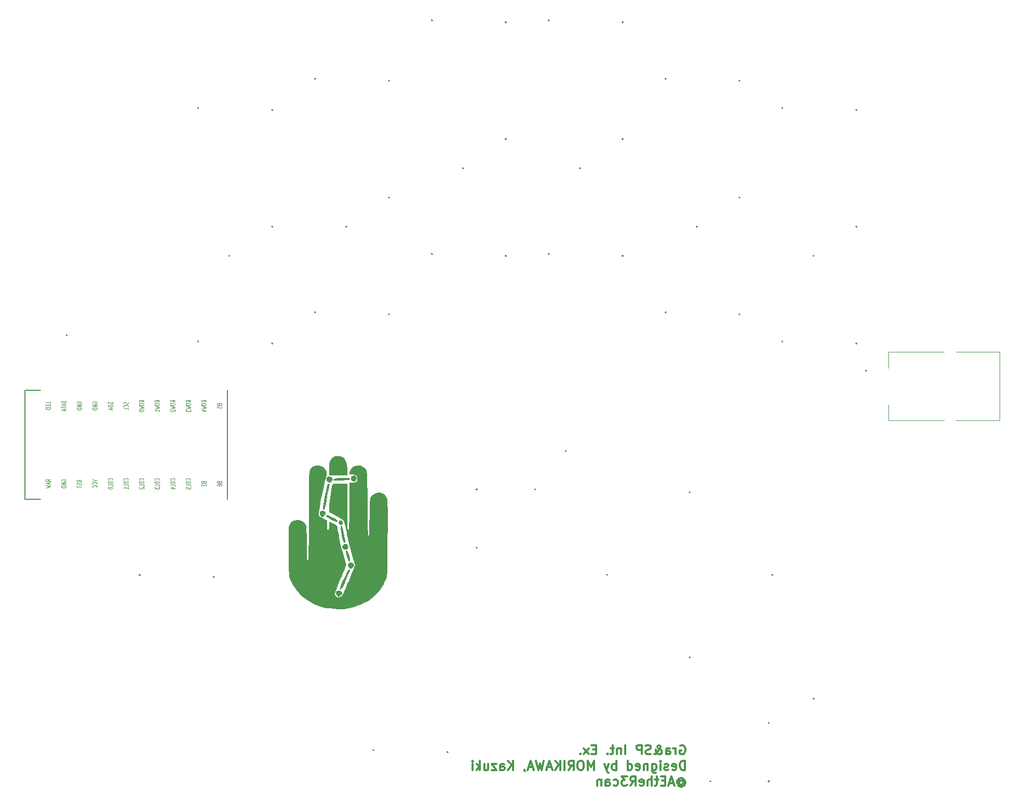
<source format=gbo>
G04 #@! TF.GenerationSoftware,KiCad,Pcbnew,(5.1.9)-1*
G04 #@! TF.CreationDate,2021-10-14T03:32:22+09:00*
G04 #@! TF.ProjectId,GraSPIntEx,47726153-5049-46e7-9445-782e6b696361,rev?*
G04 #@! TF.SameCoordinates,Original*
G04 #@! TF.FileFunction,Legend,Bot*
G04 #@! TF.FilePolarity,Positive*
%FSLAX46Y46*%
G04 Gerber Fmt 4.6, Leading zero omitted, Abs format (unit mm)*
G04 Created by KiCad (PCBNEW (5.1.9)-1) date 2021-10-14 03:32:22*
%MOMM*%
%LPD*%
G01*
G04 APERTURE LIST*
%ADD10C,0.300000*%
%ADD11C,0.010000*%
%ADD12C,0.100000*%
%ADD13C,0.200000*%
%ADD14C,0.150000*%
%ADD15C,0.125000*%
G04 APERTURE END LIST*
D10*
X133203332Y-153863160D02*
X133346190Y-153791731D01*
X133560475Y-153791731D01*
X133774761Y-153863160D01*
X133917618Y-154006017D01*
X133989047Y-154148874D01*
X134060475Y-154434588D01*
X134060475Y-154648874D01*
X133989047Y-154934588D01*
X133917618Y-155077445D01*
X133774761Y-155220302D01*
X133560475Y-155291731D01*
X133417618Y-155291731D01*
X133203332Y-155220302D01*
X133131904Y-155148874D01*
X133131904Y-154648874D01*
X133417618Y-154648874D01*
X132489047Y-155291731D02*
X132489047Y-154291731D01*
X132489047Y-154577445D02*
X132417618Y-154434588D01*
X132346190Y-154363160D01*
X132203332Y-154291731D01*
X132060475Y-154291731D01*
X130917618Y-155291731D02*
X130917618Y-154506017D01*
X130989047Y-154363160D01*
X131131904Y-154291731D01*
X131417618Y-154291731D01*
X131560475Y-154363160D01*
X130917618Y-155220302D02*
X131060475Y-155291731D01*
X131417618Y-155291731D01*
X131560475Y-155220302D01*
X131631904Y-155077445D01*
X131631904Y-154934588D01*
X131560475Y-154791731D01*
X131417618Y-154720302D01*
X131060475Y-154720302D01*
X130917618Y-154648874D01*
X128989047Y-155291731D02*
X129060475Y-155291731D01*
X129203332Y-155220302D01*
X129417618Y-155006017D01*
X129774761Y-154577445D01*
X129917618Y-154363160D01*
X129989047Y-154148874D01*
X129989047Y-154006017D01*
X129917618Y-153863160D01*
X129774761Y-153791731D01*
X129703332Y-153791731D01*
X129560475Y-153863160D01*
X129489047Y-154006017D01*
X129489047Y-154077445D01*
X129560475Y-154220302D01*
X129631904Y-154291731D01*
X130060475Y-154577445D01*
X130131904Y-154648874D01*
X130203332Y-154791731D01*
X130203332Y-155006017D01*
X130131904Y-155148874D01*
X130060475Y-155220302D01*
X129917618Y-155291731D01*
X129703332Y-155291731D01*
X129560475Y-155220302D01*
X129489047Y-155148874D01*
X129274761Y-154863160D01*
X129203332Y-154648874D01*
X129203332Y-154506017D01*
X128417618Y-155220302D02*
X128203332Y-155291731D01*
X127846190Y-155291731D01*
X127703332Y-155220302D01*
X127631904Y-155148874D01*
X127560475Y-155006017D01*
X127560475Y-154863160D01*
X127631904Y-154720302D01*
X127703332Y-154648874D01*
X127846190Y-154577445D01*
X128131904Y-154506017D01*
X128274761Y-154434588D01*
X128346190Y-154363160D01*
X128417618Y-154220302D01*
X128417618Y-154077445D01*
X128346190Y-153934588D01*
X128274761Y-153863160D01*
X128131904Y-153791731D01*
X127774761Y-153791731D01*
X127560475Y-153863160D01*
X126917618Y-155291731D02*
X126917618Y-153791731D01*
X126346190Y-153791731D01*
X126203332Y-153863160D01*
X126131904Y-153934588D01*
X126060475Y-154077445D01*
X126060475Y-154291731D01*
X126131904Y-154434588D01*
X126203332Y-154506017D01*
X126346190Y-154577445D01*
X126917618Y-154577445D01*
X124274761Y-155291731D02*
X124274761Y-153791731D01*
X123560475Y-154291731D02*
X123560475Y-155291731D01*
X123560475Y-154434588D02*
X123489047Y-154363160D01*
X123346190Y-154291731D01*
X123131904Y-154291731D01*
X122989047Y-154363160D01*
X122917618Y-154506017D01*
X122917618Y-155291731D01*
X122417618Y-154291731D02*
X121846190Y-154291731D01*
X122203332Y-153791731D02*
X122203332Y-155077445D01*
X122131904Y-155220302D01*
X121989047Y-155291731D01*
X121846190Y-155291731D01*
X121346190Y-155148874D02*
X121274761Y-155220302D01*
X121346190Y-155291731D01*
X121417618Y-155220302D01*
X121346190Y-155148874D01*
X121346190Y-155291731D01*
X119489047Y-154506017D02*
X118989047Y-154506017D01*
X118774761Y-155291731D02*
X119489047Y-155291731D01*
X119489047Y-153791731D01*
X118774761Y-153791731D01*
X118274761Y-155291731D02*
X117489047Y-154291731D01*
X118274761Y-154291731D02*
X117489047Y-155291731D01*
X116917618Y-155148874D02*
X116846190Y-155220302D01*
X116917618Y-155291731D01*
X116989047Y-155220302D01*
X116917618Y-155148874D01*
X116917618Y-155291731D01*
X133989047Y-157841731D02*
X133989047Y-156341731D01*
X133631904Y-156341731D01*
X133417618Y-156413160D01*
X133274761Y-156556017D01*
X133203332Y-156698874D01*
X133131904Y-156984588D01*
X133131904Y-157198874D01*
X133203332Y-157484588D01*
X133274761Y-157627445D01*
X133417618Y-157770302D01*
X133631904Y-157841731D01*
X133989047Y-157841731D01*
X131917618Y-157770302D02*
X132060475Y-157841731D01*
X132346190Y-157841731D01*
X132489047Y-157770302D01*
X132560475Y-157627445D01*
X132560475Y-157056017D01*
X132489047Y-156913160D01*
X132346190Y-156841731D01*
X132060475Y-156841731D01*
X131917618Y-156913160D01*
X131846190Y-157056017D01*
X131846190Y-157198874D01*
X132560475Y-157341731D01*
X131274761Y-157770302D02*
X131131904Y-157841731D01*
X130846190Y-157841731D01*
X130703332Y-157770302D01*
X130631904Y-157627445D01*
X130631904Y-157556017D01*
X130703332Y-157413160D01*
X130846190Y-157341731D01*
X131060475Y-157341731D01*
X131203332Y-157270302D01*
X131274761Y-157127445D01*
X131274761Y-157056017D01*
X131203332Y-156913160D01*
X131060475Y-156841731D01*
X130846190Y-156841731D01*
X130703332Y-156913160D01*
X129989047Y-157841731D02*
X129989047Y-156841731D01*
X129989047Y-156341731D02*
X130060475Y-156413160D01*
X129989047Y-156484588D01*
X129917618Y-156413160D01*
X129989047Y-156341731D01*
X129989047Y-156484588D01*
X128631904Y-156841731D02*
X128631904Y-158056017D01*
X128703332Y-158198874D01*
X128774761Y-158270302D01*
X128917618Y-158341731D01*
X129131904Y-158341731D01*
X129274761Y-158270302D01*
X128631904Y-157770302D02*
X128774761Y-157841731D01*
X129060475Y-157841731D01*
X129203332Y-157770302D01*
X129274761Y-157698874D01*
X129346190Y-157556017D01*
X129346190Y-157127445D01*
X129274761Y-156984588D01*
X129203332Y-156913160D01*
X129060475Y-156841731D01*
X128774761Y-156841731D01*
X128631904Y-156913160D01*
X127917618Y-156841731D02*
X127917618Y-157841731D01*
X127917618Y-156984588D02*
X127846190Y-156913160D01*
X127703332Y-156841731D01*
X127489047Y-156841731D01*
X127346190Y-156913160D01*
X127274761Y-157056017D01*
X127274761Y-157841731D01*
X125989047Y-157770302D02*
X126131904Y-157841731D01*
X126417618Y-157841731D01*
X126560475Y-157770302D01*
X126631904Y-157627445D01*
X126631904Y-157056017D01*
X126560475Y-156913160D01*
X126417618Y-156841731D01*
X126131904Y-156841731D01*
X125989047Y-156913160D01*
X125917618Y-157056017D01*
X125917618Y-157198874D01*
X126631904Y-157341731D01*
X124631904Y-157841731D02*
X124631904Y-156341731D01*
X124631904Y-157770302D02*
X124774761Y-157841731D01*
X125060475Y-157841731D01*
X125203332Y-157770302D01*
X125274761Y-157698874D01*
X125346189Y-157556017D01*
X125346189Y-157127445D01*
X125274761Y-156984588D01*
X125203332Y-156913160D01*
X125060475Y-156841731D01*
X124774761Y-156841731D01*
X124631904Y-156913160D01*
X122774761Y-157841731D02*
X122774761Y-156341731D01*
X122774761Y-156913160D02*
X122631904Y-156841731D01*
X122346189Y-156841731D01*
X122203332Y-156913160D01*
X122131904Y-156984588D01*
X122060475Y-157127445D01*
X122060475Y-157556017D01*
X122131904Y-157698874D01*
X122203332Y-157770302D01*
X122346189Y-157841731D01*
X122631904Y-157841731D01*
X122774761Y-157770302D01*
X121560475Y-156841731D02*
X121203332Y-157841731D01*
X120846189Y-156841731D02*
X121203332Y-157841731D01*
X121346189Y-158198874D01*
X121417618Y-158270302D01*
X121560475Y-158341731D01*
X119131904Y-157841731D02*
X119131904Y-156341731D01*
X118631904Y-157413160D01*
X118131904Y-156341731D01*
X118131904Y-157841731D01*
X117131904Y-156341731D02*
X116846190Y-156341731D01*
X116703332Y-156413160D01*
X116560475Y-156556017D01*
X116489047Y-156841731D01*
X116489047Y-157341731D01*
X116560475Y-157627445D01*
X116703332Y-157770302D01*
X116846190Y-157841731D01*
X117131904Y-157841731D01*
X117274761Y-157770302D01*
X117417618Y-157627445D01*
X117489047Y-157341731D01*
X117489047Y-156841731D01*
X117417618Y-156556017D01*
X117274761Y-156413160D01*
X117131904Y-156341731D01*
X114989047Y-157841731D02*
X115489047Y-157127445D01*
X115846190Y-157841731D02*
X115846190Y-156341731D01*
X115274761Y-156341731D01*
X115131904Y-156413160D01*
X115060475Y-156484588D01*
X114989047Y-156627445D01*
X114989047Y-156841731D01*
X115060475Y-156984588D01*
X115131904Y-157056017D01*
X115274761Y-157127445D01*
X115846190Y-157127445D01*
X114346190Y-157841731D02*
X114346190Y-156341731D01*
X113631904Y-157841731D02*
X113631904Y-156341731D01*
X112774761Y-157841731D02*
X113417618Y-156984588D01*
X112774761Y-156341731D02*
X113631904Y-157198874D01*
X112203332Y-157413160D02*
X111489047Y-157413160D01*
X112346190Y-157841731D02*
X111846190Y-156341731D01*
X111346190Y-157841731D01*
X110989047Y-156341731D02*
X110631904Y-157841731D01*
X110346190Y-156770302D01*
X110060475Y-157841731D01*
X109703332Y-156341731D01*
X109203332Y-157413160D02*
X108489047Y-157413160D01*
X109346190Y-157841731D02*
X108846190Y-156341731D01*
X108346190Y-157841731D01*
X107774761Y-157770302D02*
X107774761Y-157841731D01*
X107846190Y-157984588D01*
X107917618Y-158056017D01*
X105989047Y-157841731D02*
X105989047Y-156341731D01*
X105131904Y-157841731D02*
X105774761Y-156984588D01*
X105131904Y-156341731D02*
X105989047Y-157198874D01*
X103846190Y-157841731D02*
X103846190Y-157056017D01*
X103917618Y-156913160D01*
X104060475Y-156841731D01*
X104346190Y-156841731D01*
X104489047Y-156913160D01*
X103846190Y-157770302D02*
X103989047Y-157841731D01*
X104346190Y-157841731D01*
X104489047Y-157770302D01*
X104560475Y-157627445D01*
X104560475Y-157484588D01*
X104489047Y-157341731D01*
X104346190Y-157270302D01*
X103989047Y-157270302D01*
X103846190Y-157198874D01*
X103274761Y-156841731D02*
X102489047Y-156841731D01*
X103274761Y-157841731D01*
X102489047Y-157841731D01*
X101274761Y-156841731D02*
X101274761Y-157841731D01*
X101917618Y-156841731D02*
X101917618Y-157627445D01*
X101846190Y-157770302D01*
X101703332Y-157841731D01*
X101489047Y-157841731D01*
X101346190Y-157770302D01*
X101274761Y-157698874D01*
X100560475Y-157841731D02*
X100560475Y-156341731D01*
X100417618Y-157270302D02*
X99989047Y-157841731D01*
X99989047Y-156841731D02*
X100560475Y-157413160D01*
X99346190Y-157841731D02*
X99346190Y-156841731D01*
X99346190Y-156341731D02*
X99417618Y-156413160D01*
X99346190Y-156484588D01*
X99274761Y-156413160D01*
X99346190Y-156341731D01*
X99346190Y-156484588D01*
X133060475Y-159677445D02*
X133131904Y-159606017D01*
X133274761Y-159534588D01*
X133417618Y-159534588D01*
X133560475Y-159606017D01*
X133631904Y-159677445D01*
X133703332Y-159820302D01*
X133703332Y-159963160D01*
X133631904Y-160106017D01*
X133560475Y-160177445D01*
X133417618Y-160248874D01*
X133274761Y-160248874D01*
X133131904Y-160177445D01*
X133060475Y-160106017D01*
X133060475Y-159534588D02*
X133060475Y-160106017D01*
X132989047Y-160177445D01*
X132917618Y-160177445D01*
X132774761Y-160106017D01*
X132703332Y-159963160D01*
X132703332Y-159606017D01*
X132846190Y-159391731D01*
X133060475Y-159248874D01*
X133346190Y-159177445D01*
X133631904Y-159248874D01*
X133846190Y-159391731D01*
X133989047Y-159606017D01*
X134060475Y-159891731D01*
X133989047Y-160177445D01*
X133846190Y-160391731D01*
X133631904Y-160534588D01*
X133346190Y-160606017D01*
X133060475Y-160534588D01*
X132846190Y-160391731D01*
X132131904Y-159963160D02*
X131417618Y-159963160D01*
X132274761Y-160391731D02*
X131774761Y-158891731D01*
X131274761Y-160391731D01*
X130774761Y-159606017D02*
X130274761Y-159606017D01*
X130060475Y-160391731D02*
X130774761Y-160391731D01*
X130774761Y-158891731D01*
X130060475Y-158891731D01*
X129631904Y-159391731D02*
X129060475Y-159391731D01*
X129417618Y-158891731D02*
X129417618Y-160177445D01*
X129346190Y-160320302D01*
X129203332Y-160391731D01*
X129060475Y-160391731D01*
X128560475Y-160391731D02*
X128560475Y-158891731D01*
X127917618Y-160391731D02*
X127917618Y-159606017D01*
X127989047Y-159463160D01*
X128131904Y-159391731D01*
X128346190Y-159391731D01*
X128489047Y-159463160D01*
X128560475Y-159534588D01*
X126631904Y-160320302D02*
X126774761Y-160391731D01*
X127060475Y-160391731D01*
X127203332Y-160320302D01*
X127274761Y-160177445D01*
X127274761Y-159606017D01*
X127203332Y-159463160D01*
X127060475Y-159391731D01*
X126774761Y-159391731D01*
X126631904Y-159463160D01*
X126560475Y-159606017D01*
X126560475Y-159748874D01*
X127274761Y-159891731D01*
X125060475Y-160391731D02*
X125560475Y-159677445D01*
X125917618Y-160391731D02*
X125917618Y-158891731D01*
X125346190Y-158891731D01*
X125203332Y-158963160D01*
X125131904Y-159034588D01*
X125060475Y-159177445D01*
X125060475Y-159391731D01*
X125131904Y-159534588D01*
X125203332Y-159606017D01*
X125346190Y-159677445D01*
X125917618Y-159677445D01*
X124560475Y-158891731D02*
X123631904Y-158891731D01*
X124131904Y-159463160D01*
X123917618Y-159463160D01*
X123774761Y-159534588D01*
X123703332Y-159606017D01*
X123631904Y-159748874D01*
X123631904Y-160106017D01*
X123703332Y-160248874D01*
X123774761Y-160320302D01*
X123917618Y-160391731D01*
X124346190Y-160391731D01*
X124489047Y-160320302D01*
X124560475Y-160248874D01*
X122346190Y-160320302D02*
X122489047Y-160391731D01*
X122774761Y-160391731D01*
X122917618Y-160320302D01*
X122989047Y-160248874D01*
X123060475Y-160106017D01*
X123060475Y-159677445D01*
X122989047Y-159534588D01*
X122917618Y-159463160D01*
X122774761Y-159391731D01*
X122489047Y-159391731D01*
X122346190Y-159463160D01*
X121060475Y-160391731D02*
X121060475Y-159606017D01*
X121131904Y-159463160D01*
X121274761Y-159391731D01*
X121560475Y-159391731D01*
X121703332Y-159463160D01*
X121060475Y-160320302D02*
X121203332Y-160391731D01*
X121560475Y-160391731D01*
X121703332Y-160320302D01*
X121774761Y-160177445D01*
X121774761Y-160034588D01*
X121703332Y-159891731D01*
X121560475Y-159820302D01*
X121203332Y-159820302D01*
X121060475Y-159748874D01*
X120346190Y-159391731D02*
X120346190Y-160391731D01*
X120346190Y-159534588D02*
X120274761Y-159463160D01*
X120131904Y-159391731D01*
X119917618Y-159391731D01*
X119774761Y-159463160D01*
X119703332Y-159606017D01*
X119703332Y-160391731D01*
D11*
G04 #@! TO.C,G\u002A\u002A\u002A*
G36*
X80121461Y-108269278D02*
G01*
X79724939Y-108531336D01*
X79425019Y-108932639D01*
X79296912Y-109279869D01*
X79265657Y-109455734D01*
X79319059Y-109538081D01*
X79504942Y-109562363D01*
X79679953Y-109563813D01*
X80139124Y-109619289D01*
X80433662Y-109791752D01*
X80574985Y-110090252D01*
X80591763Y-110286577D01*
X80520797Y-110652196D01*
X80301057Y-110886386D01*
X79922280Y-110997383D01*
X79691146Y-111009341D01*
X79249486Y-111009341D01*
X79249486Y-114829666D01*
X79249206Y-115817690D01*
X79247657Y-116618800D01*
X79243782Y-117252587D01*
X79236522Y-117738640D01*
X79224817Y-118096551D01*
X79207609Y-118345910D01*
X79183839Y-118506307D01*
X79152447Y-118597333D01*
X79112376Y-118638577D01*
X79062565Y-118649630D01*
X79042982Y-118649991D01*
X78989247Y-118644747D01*
X78945746Y-118615863D01*
X78911398Y-118543618D01*
X78885124Y-118408286D01*
X78865842Y-118190145D01*
X78852472Y-117869470D01*
X78843932Y-117426537D01*
X78839142Y-116841624D01*
X78837022Y-116095005D01*
X78836490Y-115166958D01*
X78836478Y-114881292D01*
X78836478Y-111112593D01*
X77707664Y-111112593D01*
X77204874Y-111116347D01*
X76871815Y-111131350D01*
X76671790Y-111163213D01*
X76568101Y-111217548D01*
X76525929Y-111293284D01*
X76435043Y-111662507D01*
X76332971Y-112170959D01*
X76228089Y-112764883D01*
X76128772Y-113390525D01*
X76043394Y-113994129D01*
X75980329Y-114521942D01*
X75947953Y-114920207D01*
X75945421Y-115019370D01*
X75945421Y-115757209D01*
X77078490Y-116325465D01*
X77531340Y-116565254D01*
X77923825Y-116796596D01*
X78213569Y-116992948D01*
X78357432Y-117126531D01*
X78421836Y-117298179D01*
X78514143Y-117637192D01*
X78625852Y-118107664D01*
X78748463Y-118673689D01*
X78873474Y-119299363D01*
X78880200Y-119334525D01*
X79034070Y-120087623D01*
X79217408Y-120901134D01*
X79412869Y-121702972D01*
X79603105Y-122421047D01*
X79717925Y-122815881D01*
X79878560Y-123350309D01*
X80014818Y-123821577D01*
X80116022Y-124191335D01*
X80171499Y-124421235D01*
X80178755Y-124471330D01*
X80139176Y-124605930D01*
X80029432Y-124897639D01*
X79863009Y-125314765D01*
X79653393Y-125825614D01*
X79414070Y-126398494D01*
X79158528Y-127001712D01*
X78900253Y-127603576D01*
X78652731Y-128172391D01*
X78429448Y-128676466D01*
X78243892Y-129084108D01*
X78109549Y-129363623D01*
X78053485Y-129465642D01*
X77832717Y-129637970D01*
X77522067Y-129701437D01*
X77211187Y-129649221D01*
X77043707Y-129542470D01*
X76934922Y-129417485D01*
X76867758Y-129281162D01*
X76848150Y-129108590D01*
X76882033Y-128874859D01*
X76975340Y-128555061D01*
X77134007Y-128124286D01*
X77363967Y-127557624D01*
X77671155Y-126830167D01*
X77713605Y-126730611D01*
X77983419Y-126090472D01*
X78222597Y-125508145D01*
X78419923Y-125012168D01*
X78564182Y-124631081D01*
X78644160Y-124393421D01*
X78656588Y-124331065D01*
X78622396Y-124178184D01*
X78538416Y-123869739D01*
X78416431Y-123447279D01*
X78268223Y-122952353D01*
X78231377Y-122831699D01*
X78063323Y-122238445D01*
X77880428Y-121518083D01*
X77701019Y-120747330D01*
X77543422Y-120002901D01*
X77491429Y-119734138D01*
X77383566Y-119161489D01*
X77288833Y-118665504D01*
X77213643Y-118279202D01*
X77164409Y-118035604D01*
X77147868Y-117965461D01*
X77039362Y-117903696D01*
X76812236Y-117788559D01*
X76530683Y-117651071D01*
X76258898Y-117522257D01*
X76061072Y-117433137D01*
X76000480Y-117410967D01*
X75971437Y-117504796D01*
X75951486Y-117748671D01*
X75945421Y-118030479D01*
X75937887Y-118376489D01*
X75904787Y-118563455D01*
X75830382Y-118638602D01*
X75738917Y-118649991D01*
X75631887Y-118631099D01*
X75569782Y-118545451D01*
X75540596Y-118349587D01*
X75532323Y-118000050D01*
X75532119Y-117901414D01*
X75531825Y-117152837D01*
X74939315Y-116843081D01*
X74610177Y-116644714D01*
X74350568Y-116440613D01*
X74232069Y-116298865D01*
X74205047Y-116192604D01*
X74202349Y-116015733D01*
X74227119Y-115747332D01*
X74282499Y-115366482D01*
X74371633Y-114852265D01*
X74497664Y-114183760D01*
X74663735Y-113340049D01*
X74715673Y-113080361D01*
X74872095Y-112314107D01*
X75021694Y-111607183D01*
X75158282Y-110986861D01*
X75275670Y-110480415D01*
X75367669Y-110115116D01*
X75428092Y-109918237D01*
X75437788Y-109898124D01*
X75513502Y-109604827D01*
X75464401Y-109231592D01*
X75306115Y-108849873D01*
X75163544Y-108644476D01*
X74767355Y-108321641D01*
X74293367Y-108164163D01*
X73794250Y-108177328D01*
X73322672Y-108366425D01*
X73207205Y-108448090D01*
X73100421Y-108532522D01*
X73007989Y-108615789D01*
X72928876Y-108712587D01*
X72862044Y-108837610D01*
X72806458Y-109005555D01*
X72761084Y-109231117D01*
X72724886Y-109528992D01*
X72696827Y-109913874D01*
X72675873Y-110400459D01*
X72660988Y-111003443D01*
X72651136Y-111737521D01*
X72645282Y-112617389D01*
X72642391Y-113657742D01*
X72641427Y-114873276D01*
X72641354Y-116278686D01*
X72641356Y-116478382D01*
X72641258Y-117863476D01*
X72640684Y-119056413D01*
X72639221Y-120071542D01*
X72636451Y-120923209D01*
X72631960Y-121625762D01*
X72625331Y-122193550D01*
X72616150Y-122640919D01*
X72604000Y-122982217D01*
X72588465Y-123231792D01*
X72569131Y-123403992D01*
X72545580Y-123513164D01*
X72517399Y-123573655D01*
X72484170Y-123599813D01*
X72445479Y-123605987D01*
X72434852Y-123606089D01*
X72372589Y-123599450D01*
X72324286Y-123564035D01*
X72288172Y-123476600D01*
X72262473Y-123313897D01*
X72245418Y-123052682D01*
X72235233Y-122669709D01*
X72230148Y-122141732D01*
X72228388Y-121445505D01*
X72228188Y-120895723D01*
X72226732Y-120059128D01*
X72221446Y-119402840D01*
X72210787Y-118900675D01*
X72193210Y-118526448D01*
X72167170Y-118253975D01*
X72131125Y-118057072D01*
X72083531Y-117909553D01*
X72047497Y-117831315D01*
X71731526Y-117393435D01*
X71316370Y-117135334D01*
X70790030Y-117049597D01*
X70782820Y-117049585D01*
X70255841Y-117132958D01*
X69838712Y-117388727D01*
X69517685Y-117825366D01*
X69514580Y-117831315D01*
X69467554Y-117935283D01*
X69429617Y-118061840D01*
X69400042Y-118231900D01*
X69378103Y-118466380D01*
X69363071Y-118786196D01*
X69354220Y-119212262D01*
X69350822Y-119765494D01*
X69352150Y-120466809D01*
X69357478Y-121337122D01*
X69364058Y-122160560D01*
X69373118Y-123176493D01*
X69382298Y-124008221D01*
X69392856Y-124678039D01*
X69406053Y-125208243D01*
X69423147Y-125621129D01*
X69445398Y-125938993D01*
X69474065Y-126184131D01*
X69510407Y-126378837D01*
X69555684Y-126545408D01*
X69611156Y-126706140D01*
X69622529Y-126736731D01*
X70113002Y-127758220D01*
X70777479Y-128687925D01*
X71598423Y-129511235D01*
X72558295Y-130213540D01*
X73639559Y-130780228D01*
X74824678Y-131196690D01*
X75044456Y-131253779D01*
X75514641Y-131344405D01*
X76103360Y-131420987D01*
X76750758Y-131479513D01*
X77396980Y-131515976D01*
X77982169Y-131526363D01*
X78446470Y-131506667D01*
X78578348Y-131490524D01*
X79227565Y-131364877D01*
X79920539Y-131192777D01*
X80581069Y-130995533D01*
X81132953Y-130794453D01*
X81252236Y-130742818D01*
X82318289Y-130158779D01*
X83266786Y-129434599D01*
X84077006Y-128591509D01*
X84728230Y-127650741D01*
X85161775Y-126736731D01*
X85208970Y-126607736D01*
X85249233Y-126478482D01*
X85283205Y-126332051D01*
X85311528Y-126151524D01*
X85334840Y-125919982D01*
X85353784Y-125620507D01*
X85369000Y-125236181D01*
X85381129Y-124750085D01*
X85390811Y-124145300D01*
X85398688Y-123404908D01*
X85405399Y-122511990D01*
X85411586Y-121449629D01*
X85417890Y-120200905D01*
X85419157Y-119940642D01*
X85425101Y-118648785D01*
X85429162Y-117547195D01*
X85430961Y-116619643D01*
X85430118Y-115849895D01*
X85426255Y-115221723D01*
X85418993Y-114718894D01*
X85407952Y-114325178D01*
X85392754Y-114024344D01*
X85373019Y-113800161D01*
X85348370Y-113636398D01*
X85318425Y-113516823D01*
X85282808Y-113425207D01*
X85266229Y-113391477D01*
X84944125Y-112963899D01*
X84529024Y-112696106D01*
X84062396Y-112591161D01*
X83585712Y-112652126D01*
X83140444Y-112882065D01*
X82819021Y-113210774D01*
X82758004Y-113303681D01*
X82709172Y-113413769D01*
X82670672Y-113564842D01*
X82640649Y-113780705D01*
X82617248Y-114085161D01*
X82598615Y-114502015D01*
X82582895Y-115055071D01*
X82568233Y-115768132D01*
X82553552Y-116618091D01*
X82537532Y-117514125D01*
X82521563Y-118224251D01*
X82504278Y-118769060D01*
X82484314Y-119169143D01*
X82460306Y-119445092D01*
X82430889Y-119617498D01*
X82394699Y-119706952D01*
X82350371Y-119734044D01*
X82347047Y-119734138D01*
X82312042Y-119713663D01*
X82282070Y-119641630D01*
X82256515Y-119502122D01*
X82234762Y-119279225D01*
X82216193Y-118957023D01*
X82200194Y-118519600D01*
X82186148Y-117951041D01*
X82173440Y-117235432D01*
X82161453Y-116356855D01*
X82149572Y-115299397D01*
X82140543Y-114398305D01*
X82128835Y-113211552D01*
X82118067Y-112213786D01*
X82107411Y-111387496D01*
X82096043Y-110715174D01*
X82083136Y-110179310D01*
X82067865Y-109762393D01*
X82049402Y-109446914D01*
X82026923Y-109215363D01*
X81999600Y-109050230D01*
X81966609Y-108934006D01*
X81927122Y-108849181D01*
X81880315Y-108778245D01*
X81875074Y-108771069D01*
X81491391Y-108397360D01*
X81044611Y-108194410D01*
X80574660Y-108154343D01*
X80121461Y-108269278D01*
G37*
X80121461Y-108269278D02*
X79724939Y-108531336D01*
X79425019Y-108932639D01*
X79296912Y-109279869D01*
X79265657Y-109455734D01*
X79319059Y-109538081D01*
X79504942Y-109562363D01*
X79679953Y-109563813D01*
X80139124Y-109619289D01*
X80433662Y-109791752D01*
X80574985Y-110090252D01*
X80591763Y-110286577D01*
X80520797Y-110652196D01*
X80301057Y-110886386D01*
X79922280Y-110997383D01*
X79691146Y-111009341D01*
X79249486Y-111009341D01*
X79249486Y-114829666D01*
X79249206Y-115817690D01*
X79247657Y-116618800D01*
X79243782Y-117252587D01*
X79236522Y-117738640D01*
X79224817Y-118096551D01*
X79207609Y-118345910D01*
X79183839Y-118506307D01*
X79152447Y-118597333D01*
X79112376Y-118638577D01*
X79062565Y-118649630D01*
X79042982Y-118649991D01*
X78989247Y-118644747D01*
X78945746Y-118615863D01*
X78911398Y-118543618D01*
X78885124Y-118408286D01*
X78865842Y-118190145D01*
X78852472Y-117869470D01*
X78843932Y-117426537D01*
X78839142Y-116841624D01*
X78837022Y-116095005D01*
X78836490Y-115166958D01*
X78836478Y-114881292D01*
X78836478Y-111112593D01*
X77707664Y-111112593D01*
X77204874Y-111116347D01*
X76871815Y-111131350D01*
X76671790Y-111163213D01*
X76568101Y-111217548D01*
X76525929Y-111293284D01*
X76435043Y-111662507D01*
X76332971Y-112170959D01*
X76228089Y-112764883D01*
X76128772Y-113390525D01*
X76043394Y-113994129D01*
X75980329Y-114521942D01*
X75947953Y-114920207D01*
X75945421Y-115019370D01*
X75945421Y-115757209D01*
X77078490Y-116325465D01*
X77531340Y-116565254D01*
X77923825Y-116796596D01*
X78213569Y-116992948D01*
X78357432Y-117126531D01*
X78421836Y-117298179D01*
X78514143Y-117637192D01*
X78625852Y-118107664D01*
X78748463Y-118673689D01*
X78873474Y-119299363D01*
X78880200Y-119334525D01*
X79034070Y-120087623D01*
X79217408Y-120901134D01*
X79412869Y-121702972D01*
X79603105Y-122421047D01*
X79717925Y-122815881D01*
X79878560Y-123350309D01*
X80014818Y-123821577D01*
X80116022Y-124191335D01*
X80171499Y-124421235D01*
X80178755Y-124471330D01*
X80139176Y-124605930D01*
X80029432Y-124897639D01*
X79863009Y-125314765D01*
X79653393Y-125825614D01*
X79414070Y-126398494D01*
X79158528Y-127001712D01*
X78900253Y-127603576D01*
X78652731Y-128172391D01*
X78429448Y-128676466D01*
X78243892Y-129084108D01*
X78109549Y-129363623D01*
X78053485Y-129465642D01*
X77832717Y-129637970D01*
X77522067Y-129701437D01*
X77211187Y-129649221D01*
X77043707Y-129542470D01*
X76934922Y-129417485D01*
X76867758Y-129281162D01*
X76848150Y-129108590D01*
X76882033Y-128874859D01*
X76975340Y-128555061D01*
X77134007Y-128124286D01*
X77363967Y-127557624D01*
X77671155Y-126830167D01*
X77713605Y-126730611D01*
X77983419Y-126090472D01*
X78222597Y-125508145D01*
X78419923Y-125012168D01*
X78564182Y-124631081D01*
X78644160Y-124393421D01*
X78656588Y-124331065D01*
X78622396Y-124178184D01*
X78538416Y-123869739D01*
X78416431Y-123447279D01*
X78268223Y-122952353D01*
X78231377Y-122831699D01*
X78063323Y-122238445D01*
X77880428Y-121518083D01*
X77701019Y-120747330D01*
X77543422Y-120002901D01*
X77491429Y-119734138D01*
X77383566Y-119161489D01*
X77288833Y-118665504D01*
X77213643Y-118279202D01*
X77164409Y-118035604D01*
X77147868Y-117965461D01*
X77039362Y-117903696D01*
X76812236Y-117788559D01*
X76530683Y-117651071D01*
X76258898Y-117522257D01*
X76061072Y-117433137D01*
X76000480Y-117410967D01*
X75971437Y-117504796D01*
X75951486Y-117748671D01*
X75945421Y-118030479D01*
X75937887Y-118376489D01*
X75904787Y-118563455D01*
X75830382Y-118638602D01*
X75738917Y-118649991D01*
X75631887Y-118631099D01*
X75569782Y-118545451D01*
X75540596Y-118349587D01*
X75532323Y-118000050D01*
X75532119Y-117901414D01*
X75531825Y-117152837D01*
X74939315Y-116843081D01*
X74610177Y-116644714D01*
X74350568Y-116440613D01*
X74232069Y-116298865D01*
X74205047Y-116192604D01*
X74202349Y-116015733D01*
X74227119Y-115747332D01*
X74282499Y-115366482D01*
X74371633Y-114852265D01*
X74497664Y-114183760D01*
X74663735Y-113340049D01*
X74715673Y-113080361D01*
X74872095Y-112314107D01*
X75021694Y-111607183D01*
X75158282Y-110986861D01*
X75275670Y-110480415D01*
X75367669Y-110115116D01*
X75428092Y-109918237D01*
X75437788Y-109898124D01*
X75513502Y-109604827D01*
X75464401Y-109231592D01*
X75306115Y-108849873D01*
X75163544Y-108644476D01*
X74767355Y-108321641D01*
X74293367Y-108164163D01*
X73794250Y-108177328D01*
X73322672Y-108366425D01*
X73207205Y-108448090D01*
X73100421Y-108532522D01*
X73007989Y-108615789D01*
X72928876Y-108712587D01*
X72862044Y-108837610D01*
X72806458Y-109005555D01*
X72761084Y-109231117D01*
X72724886Y-109528992D01*
X72696827Y-109913874D01*
X72675873Y-110400459D01*
X72660988Y-111003443D01*
X72651136Y-111737521D01*
X72645282Y-112617389D01*
X72642391Y-113657742D01*
X72641427Y-114873276D01*
X72641354Y-116278686D01*
X72641356Y-116478382D01*
X72641258Y-117863476D01*
X72640684Y-119056413D01*
X72639221Y-120071542D01*
X72636451Y-120923209D01*
X72631960Y-121625762D01*
X72625331Y-122193550D01*
X72616150Y-122640919D01*
X72604000Y-122982217D01*
X72588465Y-123231792D01*
X72569131Y-123403992D01*
X72545580Y-123513164D01*
X72517399Y-123573655D01*
X72484170Y-123599813D01*
X72445479Y-123605987D01*
X72434852Y-123606089D01*
X72372589Y-123599450D01*
X72324286Y-123564035D01*
X72288172Y-123476600D01*
X72262473Y-123313897D01*
X72245418Y-123052682D01*
X72235233Y-122669709D01*
X72230148Y-122141732D01*
X72228388Y-121445505D01*
X72228188Y-120895723D01*
X72226732Y-120059128D01*
X72221446Y-119402840D01*
X72210787Y-118900675D01*
X72193210Y-118526448D01*
X72167170Y-118253975D01*
X72131125Y-118057072D01*
X72083531Y-117909553D01*
X72047497Y-117831315D01*
X71731526Y-117393435D01*
X71316370Y-117135334D01*
X70790030Y-117049597D01*
X70782820Y-117049585D01*
X70255841Y-117132958D01*
X69838712Y-117388727D01*
X69517685Y-117825366D01*
X69514580Y-117831315D01*
X69467554Y-117935283D01*
X69429617Y-118061840D01*
X69400042Y-118231900D01*
X69378103Y-118466380D01*
X69363071Y-118786196D01*
X69354220Y-119212262D01*
X69350822Y-119765494D01*
X69352150Y-120466809D01*
X69357478Y-121337122D01*
X69364058Y-122160560D01*
X69373118Y-123176493D01*
X69382298Y-124008221D01*
X69392856Y-124678039D01*
X69406053Y-125208243D01*
X69423147Y-125621129D01*
X69445398Y-125938993D01*
X69474065Y-126184131D01*
X69510407Y-126378837D01*
X69555684Y-126545408D01*
X69611156Y-126706140D01*
X69622529Y-126736731D01*
X70113002Y-127758220D01*
X70777479Y-128687925D01*
X71598423Y-129511235D01*
X72558295Y-130213540D01*
X73639559Y-130780228D01*
X74824678Y-131196690D01*
X75044456Y-131253779D01*
X75514641Y-131344405D01*
X76103360Y-131420987D01*
X76750758Y-131479513D01*
X77396980Y-131515976D01*
X77982169Y-131526363D01*
X78446470Y-131506667D01*
X78578348Y-131490524D01*
X79227565Y-131364877D01*
X79920539Y-131192777D01*
X80581069Y-130995533D01*
X81132953Y-130794453D01*
X81252236Y-130742818D01*
X82318289Y-130158779D01*
X83266786Y-129434599D01*
X84077006Y-128591509D01*
X84728230Y-127650741D01*
X85161775Y-126736731D01*
X85208970Y-126607736D01*
X85249233Y-126478482D01*
X85283205Y-126332051D01*
X85311528Y-126151524D01*
X85334840Y-125919982D01*
X85353784Y-125620507D01*
X85369000Y-125236181D01*
X85381129Y-124750085D01*
X85390811Y-124145300D01*
X85398688Y-123404908D01*
X85405399Y-122511990D01*
X85411586Y-121449629D01*
X85417890Y-120200905D01*
X85419157Y-119940642D01*
X85425101Y-118648785D01*
X85429162Y-117547195D01*
X85430961Y-116619643D01*
X85430118Y-115849895D01*
X85426255Y-115221723D01*
X85418993Y-114718894D01*
X85407952Y-114325178D01*
X85392754Y-114024344D01*
X85373019Y-113800161D01*
X85348370Y-113636398D01*
X85318425Y-113516823D01*
X85282808Y-113425207D01*
X85266229Y-113391477D01*
X84944125Y-112963899D01*
X84529024Y-112696106D01*
X84062396Y-112591161D01*
X83585712Y-112652126D01*
X83140444Y-112882065D01*
X82819021Y-113210774D01*
X82758004Y-113303681D01*
X82709172Y-113413769D01*
X82670672Y-113564842D01*
X82640649Y-113780705D01*
X82617248Y-114085161D01*
X82598615Y-114502015D01*
X82582895Y-115055071D01*
X82568233Y-115768132D01*
X82553552Y-116618091D01*
X82537532Y-117514125D01*
X82521563Y-118224251D01*
X82504278Y-118769060D01*
X82484314Y-119169143D01*
X82460306Y-119445092D01*
X82430889Y-119617498D01*
X82394699Y-119706952D01*
X82350371Y-119734044D01*
X82347047Y-119734138D01*
X82312042Y-119713663D01*
X82282070Y-119641630D01*
X82256515Y-119502122D01*
X82234762Y-119279225D01*
X82216193Y-118957023D01*
X82200194Y-118519600D01*
X82186148Y-117951041D01*
X82173440Y-117235432D01*
X82161453Y-116356855D01*
X82149572Y-115299397D01*
X82140543Y-114398305D01*
X82128835Y-113211552D01*
X82118067Y-112213786D01*
X82107411Y-111387496D01*
X82096043Y-110715174D01*
X82083136Y-110179310D01*
X82067865Y-109762393D01*
X82049402Y-109446914D01*
X82026923Y-109215363D01*
X81999600Y-109050230D01*
X81966609Y-108934006D01*
X81927122Y-108849181D01*
X81880315Y-108778245D01*
X81875074Y-108771069D01*
X81491391Y-108397360D01*
X81044611Y-108194410D01*
X80574660Y-108154343D01*
X80121461Y-108269278D01*
G36*
X77423007Y-128580539D02*
G01*
X77200014Y-128651445D01*
X77108933Y-128838696D01*
X77099546Y-128903999D01*
X77135093Y-129223225D01*
X77293684Y-129427997D01*
X77526897Y-129490814D01*
X77786315Y-129384177D01*
X77848209Y-129329202D01*
X78000455Y-129070744D01*
X77976524Y-128826652D01*
X77803916Y-128645348D01*
X77510131Y-128575249D01*
X77423007Y-128580539D01*
G37*
X77423007Y-128580539D02*
X77200014Y-128651445D01*
X77108933Y-128838696D01*
X77099546Y-128903999D01*
X77135093Y-129223225D01*
X77293684Y-129427997D01*
X77526897Y-129490814D01*
X77786315Y-129384177D01*
X77848209Y-129329202D01*
X78000455Y-129070744D01*
X77976524Y-128826652D01*
X77803916Y-128645348D01*
X77510131Y-128575249D01*
X77423007Y-128580539D01*
G36*
X79092365Y-125192022D02*
G01*
X78956358Y-125433065D01*
X78774994Y-125788432D01*
X78565801Y-126220186D01*
X78346310Y-126690387D01*
X78134049Y-127161096D01*
X77946547Y-127594373D01*
X77801334Y-127952280D01*
X77715939Y-128196878D01*
X77700706Y-128273537D01*
X77783448Y-128348667D01*
X77839358Y-128355682D01*
X77929268Y-128264085D01*
X78080125Y-128007556D01*
X78277678Y-127613489D01*
X78507678Y-127109278D01*
X78605833Y-126882272D01*
X78869652Y-126260393D01*
X79059231Y-125802899D01*
X79182461Y-125484706D01*
X79247233Y-125280730D01*
X79261438Y-125165887D01*
X79232967Y-125115092D01*
X79169712Y-125103262D01*
X79165487Y-125103243D01*
X79092365Y-125192022D01*
G37*
X79092365Y-125192022D02*
X78956358Y-125433065D01*
X78774994Y-125788432D01*
X78565801Y-126220186D01*
X78346310Y-126690387D01*
X78134049Y-127161096D01*
X77946547Y-127594373D01*
X77801334Y-127952280D01*
X77715939Y-128196878D01*
X77700706Y-128273537D01*
X77783448Y-128348667D01*
X77839358Y-128355682D01*
X77929268Y-128264085D01*
X78080125Y-128007556D01*
X78277678Y-127613489D01*
X78507678Y-127109278D01*
X78605833Y-126882272D01*
X78869652Y-126260393D01*
X79059231Y-125802899D01*
X79182461Y-125484706D01*
X79247233Y-125280730D01*
X79261438Y-125165887D01*
X79232967Y-125115092D01*
X79169712Y-125103262D01*
X79165487Y-125103243D01*
X79092365Y-125192022D01*
G36*
X79166476Y-124104468D02*
G01*
X79074027Y-124282355D01*
X79059938Y-124375387D01*
X79098981Y-124683695D01*
X79208737Y-124814209D01*
X79386182Y-124925099D01*
X79527391Y-124920764D01*
X79730341Y-124796328D01*
X79742772Y-124787633D01*
X79937454Y-124563797D01*
X79957563Y-124331239D01*
X79826678Y-124139372D01*
X79568378Y-124037608D01*
X79384795Y-124037449D01*
X79166476Y-124104468D01*
G37*
X79166476Y-124104468D02*
X79074027Y-124282355D01*
X79059938Y-124375387D01*
X79098981Y-124683695D01*
X79208737Y-124814209D01*
X79386182Y-124925099D01*
X79527391Y-124920764D01*
X79730341Y-124796328D01*
X79742772Y-124787633D01*
X79937454Y-124563797D01*
X79957563Y-124331239D01*
X79826678Y-124139372D01*
X79568378Y-124037608D01*
X79384795Y-124037449D01*
X79166476Y-124104468D01*
G36*
X78725291Y-122100989D02*
G01*
X78694752Y-122250731D01*
X78737010Y-122534582D01*
X78853162Y-122980589D01*
X78865255Y-123022647D01*
X78998221Y-123454266D01*
X79100695Y-123705755D01*
X79186465Y-123798681D01*
X79269318Y-123754616D01*
X79302634Y-123706879D01*
X79306384Y-123566792D01*
X79258018Y-123299269D01*
X79174118Y-122961886D01*
X79071267Y-122612222D01*
X78966049Y-122307854D01*
X78875047Y-122106361D01*
X78827531Y-122057308D01*
X78725291Y-122100989D01*
G37*
X78725291Y-122100989D02*
X78694752Y-122250731D01*
X78737010Y-122534582D01*
X78853162Y-122980589D01*
X78865255Y-123022647D01*
X78998221Y-123454266D01*
X79100695Y-123705755D01*
X79186465Y-123798681D01*
X79269318Y-123754616D01*
X79302634Y-123706879D01*
X79306384Y-123566792D01*
X79258018Y-123299269D01*
X79174118Y-122961886D01*
X79071267Y-122612222D01*
X78966049Y-122307854D01*
X78875047Y-122106361D01*
X78827531Y-122057308D01*
X78725291Y-122100989D01*
G36*
X78241640Y-121105519D02*
G01*
X78122015Y-121326229D01*
X78137310Y-121575600D01*
X78237617Y-121726902D01*
X78475000Y-121838748D01*
X78753013Y-121817182D01*
X78938618Y-121697267D01*
X79018354Y-121463910D01*
X78965160Y-121201733D01*
X78805838Y-121006793D01*
X78736886Y-120974324D01*
X78458994Y-120969530D01*
X78241640Y-121105519D01*
G37*
X78241640Y-121105519D02*
X78122015Y-121326229D01*
X78137310Y-121575600D01*
X78237617Y-121726902D01*
X78475000Y-121838748D01*
X78753013Y-121817182D01*
X78938618Y-121697267D01*
X79018354Y-121463910D01*
X78965160Y-121201733D01*
X78805838Y-121006793D01*
X78736886Y-120974324D01*
X78458994Y-120969530D01*
X78241640Y-121105519D01*
G36*
X77842914Y-118115975D02*
G01*
X77847080Y-118382528D01*
X77905675Y-118830182D01*
X78010739Y-119425841D01*
X78137099Y-120040744D01*
X78245733Y-120455264D01*
X78338179Y-120674625D01*
X78390789Y-120715032D01*
X78515375Y-120637552D01*
X78526803Y-120585967D01*
X78506144Y-120390457D01*
X78451081Y-120061738D01*
X78372194Y-119649722D01*
X78280061Y-119204317D01*
X78185262Y-118775432D01*
X78098378Y-118412979D01*
X78029987Y-118166865D01*
X77997506Y-118088989D01*
X77893087Y-118021227D01*
X77842914Y-118115975D01*
G37*
X77842914Y-118115975D02*
X77847080Y-118382528D01*
X77905675Y-118830182D01*
X78010739Y-119425841D01*
X78137099Y-120040744D01*
X78245733Y-120455264D01*
X78338179Y-120674625D01*
X78390789Y-120715032D01*
X78515375Y-120637552D01*
X78526803Y-120585967D01*
X78506144Y-120390457D01*
X78451081Y-120061738D01*
X78372194Y-119649722D01*
X78280061Y-119204317D01*
X78185262Y-118775432D01*
X78098378Y-118412979D01*
X78029987Y-118166865D01*
X77997506Y-118088989D01*
X77893087Y-118021227D01*
X77842914Y-118115975D01*
G36*
X77619006Y-117186460D02*
G01*
X77551891Y-117328935D01*
X77545828Y-117462593D01*
X77582412Y-117696134D01*
X77720461Y-117794290D01*
X77778607Y-117805404D01*
X77992895Y-117770517D01*
X78071282Y-117682370D01*
X78109718Y-117397752D01*
X77995821Y-117207796D01*
X77802544Y-117152837D01*
X77619006Y-117186460D01*
G37*
X77619006Y-117186460D02*
X77551891Y-117328935D01*
X77545828Y-117462593D01*
X77582412Y-117696134D01*
X77720461Y-117794290D01*
X77778607Y-117805404D01*
X77992895Y-117770517D01*
X78071282Y-117682370D01*
X78109718Y-117397752D01*
X77995821Y-117207796D01*
X77802544Y-117152837D01*
X77619006Y-117186460D01*
G36*
X75496916Y-116323215D02*
G01*
X75492912Y-116332455D01*
X75528439Y-116444665D01*
X75719305Y-116598414D01*
X76082003Y-116805863D01*
X76255973Y-116895107D01*
X76707171Y-117116650D01*
X77006646Y-117246776D01*
X77183688Y-117293454D01*
X77267587Y-117264655D01*
X77287698Y-117175847D01*
X77200843Y-117075463D01*
X76967757Y-116915137D01*
X76629658Y-116721569D01*
X76419094Y-116613196D01*
X75997848Y-116411705D01*
X75724728Y-116302574D01*
X75568245Y-116276258D01*
X75496916Y-116323215D01*
G37*
X75496916Y-116323215D02*
X75492912Y-116332455D01*
X75528439Y-116444665D01*
X75719305Y-116598414D01*
X76082003Y-116805863D01*
X76255973Y-116895107D01*
X76707171Y-117116650D01*
X77006646Y-117246776D01*
X77183688Y-117293454D01*
X77267587Y-117264655D01*
X77287698Y-117175847D01*
X77200843Y-117075463D01*
X76967757Y-116915137D01*
X76629658Y-116721569D01*
X76419094Y-116613196D01*
X75997848Y-116411705D01*
X75724728Y-116302574D01*
X75568245Y-116276258D01*
X75496916Y-116323215D01*
G36*
X74580816Y-115632342D02*
G01*
X74425375Y-115831540D01*
X74418925Y-116089216D01*
X74558894Y-116319445D01*
X74749015Y-116451097D01*
X74861275Y-116481699D01*
X75042675Y-116413997D01*
X75163656Y-116319445D01*
X75310714Y-116060972D01*
X75287347Y-115806611D01*
X75117529Y-115617168D01*
X74861275Y-115552430D01*
X74580816Y-115632342D01*
G37*
X74580816Y-115632342D02*
X74425375Y-115831540D01*
X74418925Y-116089216D01*
X74558894Y-116319445D01*
X74749015Y-116451097D01*
X74861275Y-116481699D01*
X75042675Y-116413997D01*
X75163656Y-116319445D01*
X75310714Y-116060972D01*
X75287347Y-115806611D01*
X75117529Y-115617168D01*
X74861275Y-115552430D01*
X74580816Y-115632342D01*
G36*
X75746419Y-111208563D02*
G01*
X75656741Y-111471831D01*
X75551212Y-111865434D01*
X75437081Y-112352409D01*
X75321600Y-112895791D01*
X75212019Y-113458619D01*
X75115586Y-114003927D01*
X75039554Y-114494754D01*
X74991171Y-114894136D01*
X74977688Y-115165110D01*
X74998302Y-115266124D01*
X75110919Y-115316893D01*
X75162331Y-115234127D01*
X75200986Y-115078508D01*
X75269130Y-114763577D01*
X75359009Y-114328851D01*
X75462868Y-113813845D01*
X75572954Y-113258073D01*
X75681511Y-112701051D01*
X75780785Y-112182295D01*
X75863022Y-111741319D01*
X75920466Y-111417639D01*
X75945365Y-111250770D01*
X75945813Y-111241658D01*
X75864151Y-111122656D01*
X75812995Y-111112593D01*
X75746419Y-111208563D01*
G37*
X75746419Y-111208563D02*
X75656741Y-111471831D01*
X75551212Y-111865434D01*
X75437081Y-112352409D01*
X75321600Y-112895791D01*
X75212019Y-113458619D01*
X75115586Y-114003927D01*
X75039554Y-114494754D01*
X74991171Y-114894136D01*
X74977688Y-115165110D01*
X74998302Y-115266124D01*
X75110919Y-115316893D01*
X75162331Y-115234127D01*
X75200986Y-115078508D01*
X75269130Y-114763577D01*
X75359009Y-114328851D01*
X75462868Y-113813845D01*
X75572954Y-113258073D01*
X75681511Y-112701051D01*
X75780785Y-112182295D01*
X75863022Y-111741319D01*
X75920466Y-111417639D01*
X75945365Y-111250770D01*
X75945813Y-111241658D01*
X75864151Y-111122656D01*
X75812995Y-111112593D01*
X75746419Y-111208563D01*
G36*
X75874226Y-109995173D02*
G01*
X75655907Y-110062191D01*
X75563458Y-110240079D01*
X75549369Y-110333111D01*
X75590876Y-110635027D01*
X75757753Y-110831198D01*
X75995784Y-110891936D01*
X76250756Y-110787555D01*
X76299428Y-110743836D01*
X76451675Y-110485378D01*
X76427744Y-110241287D01*
X76255136Y-110059982D01*
X75961350Y-109989883D01*
X75874226Y-109995173D01*
G37*
X75874226Y-109995173D02*
X75655907Y-110062191D01*
X75563458Y-110240079D01*
X75549369Y-110333111D01*
X75590876Y-110635027D01*
X75757753Y-110831198D01*
X75995784Y-110891936D01*
X76250756Y-110787555D01*
X76299428Y-110743836D01*
X76451675Y-110485378D01*
X76427744Y-110241287D01*
X76255136Y-110059982D01*
X75961350Y-109989883D01*
X75874226Y-109995173D01*
G36*
X79735175Y-109837233D02*
G01*
X79545936Y-110015895D01*
X79495195Y-110144428D01*
X79507530Y-110438310D01*
X79680755Y-110639500D01*
X79920625Y-110699585D01*
X80163396Y-110635169D01*
X80280894Y-110546048D01*
X80357634Y-110327555D01*
X80344923Y-110139921D01*
X80202483Y-109898886D01*
X79976629Y-109798110D01*
X79735175Y-109837233D01*
G37*
X79735175Y-109837233D02*
X79545936Y-110015895D01*
X79495195Y-110144428D01*
X79507530Y-110438310D01*
X79680755Y-110639500D01*
X79920625Y-110699585D01*
X80163396Y-110635169D01*
X80280894Y-110546048D01*
X80357634Y-110327555D01*
X80344923Y-110139921D01*
X80202483Y-109898886D01*
X79976629Y-109798110D01*
X79735175Y-109837233D01*
G36*
X78109630Y-110202065D02*
G01*
X77458154Y-110250102D01*
X77017046Y-110300419D01*
X76761124Y-110363640D01*
X76669202Y-110445304D01*
X76668186Y-110456606D01*
X76750895Y-110563817D01*
X76848877Y-110574404D01*
X77023165Y-110562368D01*
X77352102Y-110547079D01*
X77783904Y-110530748D01*
X78139527Y-110519285D01*
X78646346Y-110498837D01*
X78978206Y-110470167D01*
X79166630Y-110428035D01*
X79243141Y-110367198D01*
X79249486Y-110334710D01*
X79186790Y-110248100D01*
X78987308Y-110197660D01*
X78633952Y-110182584D01*
X78109630Y-110202065D01*
G37*
X78109630Y-110202065D02*
X77458154Y-110250102D01*
X77017046Y-110300419D01*
X76761124Y-110363640D01*
X76669202Y-110445304D01*
X76668186Y-110456606D01*
X76750895Y-110563817D01*
X76848877Y-110574404D01*
X77023165Y-110562368D01*
X77352102Y-110547079D01*
X77783904Y-110530748D01*
X78139527Y-110519285D01*
X78646346Y-110498837D01*
X78978206Y-110470167D01*
X79166630Y-110428035D01*
X79243141Y-110367198D01*
X79249486Y-110334710D01*
X79186790Y-110248100D01*
X78987308Y-110197660D01*
X78633952Y-110182584D01*
X78109630Y-110202065D01*
G36*
X76873589Y-106690603D02*
G01*
X76476991Y-106905127D01*
X76194827Y-107273855D01*
X76020770Y-107805941D01*
X75948491Y-108510541D01*
X75945582Y-108711983D01*
X75945421Y-109667065D01*
X78836478Y-109667065D01*
X78836318Y-108711983D01*
X78788178Y-107963409D01*
X78639822Y-107389607D01*
X78384920Y-106981423D01*
X78017146Y-106729702D01*
X77530170Y-106625289D01*
X77390950Y-106621130D01*
X76873589Y-106690603D01*
G37*
X76873589Y-106690603D02*
X76476991Y-106905127D01*
X76194827Y-107273855D01*
X76020770Y-107805941D01*
X75948491Y-108510541D01*
X75945582Y-108711983D01*
X75945421Y-109667065D01*
X78836478Y-109667065D01*
X78836318Y-108711983D01*
X78788178Y-107963409D01*
X78639822Y-107389607D01*
X78384920Y-106981423D01*
X78017146Y-106729702D01*
X77530170Y-106625289D01*
X77390950Y-106621130D01*
X76873589Y-106690603D01*
D12*
G04 #@! TO.C,J2*
X167159500Y-98250000D02*
X167159500Y-100840000D01*
X167159500Y-100840000D02*
X176212500Y-100840000D01*
X167159500Y-92250000D02*
X167159500Y-89660000D01*
X167159500Y-89660000D02*
X176212500Y-89660000D01*
X178212500Y-89660000D02*
X185265500Y-89660000D01*
X185265500Y-89660000D02*
X185265500Y-100840000D01*
X185265500Y-100840000D02*
X178212500Y-100840000D01*
D13*
X163612500Y-92710000D02*
G75*
G03*
X163612500Y-92710000I-100000J0D01*
G01*
D14*
G04 #@! TO.C,U2*
X28892500Y-95885000D02*
X26352500Y-95885000D01*
X26352500Y-95885000D02*
X26352500Y-113665000D01*
X26352500Y-113665000D02*
X28892500Y-113665000D01*
X59372500Y-95885000D02*
X59372500Y-113665000D01*
D13*
G04 #@! TO.C,D12*
X162025000Y-50165000D02*
G75*
G03*
X162025000Y-50165000I-100000J0D01*
G01*
G04 #@! TO.C,D4*
X85825000Y-45402500D02*
G75*
G03*
X85825000Y-45402500I-100000J0D01*
G01*
G04 #@! TO.C,D30*
X104875000Y-73977500D02*
G75*
G03*
X104875000Y-73977500I-100000J0D01*
G01*
G04 #@! TO.C,D10*
X142975000Y-45402500D02*
G75*
G03*
X142975000Y-45402500I-100000J0D01*
G01*
G04 #@! TO.C,D20*
X123925000Y-54927500D02*
G75*
G03*
X123925000Y-54927500I-100000J0D01*
G01*
G04 #@! TO.C,D16*
X85825000Y-64452500D02*
G75*
G03*
X85825000Y-64452500I-100000J0D01*
G01*
G04 #@! TO.C,D18*
X104875000Y-54927500D02*
G75*
G03*
X104875000Y-54927500I-100000J0D01*
G01*
G04 #@! TO.C,D6*
X104875000Y-35877500D02*
G75*
G03*
X104875000Y-35877500I-100000J0D01*
G01*
G04 #@! TO.C,D2*
X66775000Y-50165000D02*
G75*
G03*
X66775000Y-50165000I-100000J0D01*
G01*
G04 #@! TO.C,D26*
X66775000Y-88265000D02*
G75*
G03*
X66775000Y-88265000I-100000J0D01*
G01*
G04 #@! TO.C,D8*
X123925000Y-35877500D02*
G75*
G03*
X123925000Y-35877500I-100000J0D01*
G01*
G04 #@! TO.C,D14*
X66775000Y-69215000D02*
G75*
G03*
X66775000Y-69215000I-100000J0D01*
G01*
G04 #@! TO.C,D22*
X142975000Y-64452500D02*
G75*
G03*
X142975000Y-64452500I-100000J0D01*
G01*
G04 #@! TO.C,D28*
X85825000Y-83502500D02*
G75*
G03*
X85825000Y-83502500I-100000J0D01*
G01*
G04 #@! TO.C,D24*
X162025000Y-69215000D02*
G75*
G03*
X162025000Y-69215000I-100000J0D01*
G01*
G04 #@! TO.C,D32*
X123925000Y-73977500D02*
G75*
G03*
X123925000Y-73977500I-100000J0D01*
G01*
G04 #@! TO.C,D36*
X162025000Y-88265000D02*
G75*
G03*
X162025000Y-88265000I-100000J0D01*
G01*
G04 #@! TO.C,D38*
X100112500Y-112077500D02*
G75*
G03*
X100112500Y-112077500I-100000J0D01*
G01*
G04 #@! TO.C,D40*
X109637500Y-112077500D02*
G75*
G03*
X109637500Y-112077500I-100000J0D01*
G01*
G04 #@! TO.C,D42*
X100112500Y-121602500D02*
G75*
G03*
X100112500Y-121602500I-100000J0D01*
G01*
G04 #@! TO.C,D44*
X147737500Y-150177500D02*
G75*
G03*
X147737500Y-150177500I-100000J0D01*
G01*
G04 #@! TO.C,D46*
X138212500Y-159702500D02*
G75*
G03*
X138212500Y-159702500I-100000J0D01*
G01*
G04 #@! TO.C,D48*
X147737500Y-159702500D02*
G75*
G03*
X147737500Y-159702500I-100000J0D01*
G01*
G04 #@! TO.C,D34*
X142975000Y-83502500D02*
G75*
G03*
X142975000Y-83502500I-100000J0D01*
G01*
G04 #@! TO.C,D50*
X57250000Y-126365000D02*
G75*
G03*
X57250000Y-126365000I-100000J0D01*
G01*
G04 #@! TO.C,D52*
X95350000Y-154940000D02*
G75*
G03*
X95350000Y-154940000I-100000J0D01*
G01*
G04 #@! TO.C,JP2*
X33278750Y-86915625D02*
G75*
G03*
X33278750Y-86915625I-100000J0D01*
G01*
G04 #@! TO.C,LED29*
X92810000Y-35560000D02*
G75*
G03*
X92810000Y-35560000I-100000J0D01*
G01*
G04 #@! TO.C,LED33*
X155040000Y-73977500D02*
G75*
G03*
X155040000Y-73977500I-100000J0D01*
G01*
G04 #@! TO.C,LED30*
X111860000Y-35560000D02*
G75*
G03*
X111860000Y-35560000I-100000J0D01*
G01*
G04 #@! TO.C,LED40*
X73760000Y-83185000D02*
G75*
G03*
X73760000Y-83185000I-100000J0D01*
G01*
G04 #@! TO.C,LED42*
X111860000Y-73660000D02*
G75*
G03*
X111860000Y-73660000I-100000J0D01*
G01*
G04 #@! TO.C,LED44*
X149960000Y-87947500D02*
G75*
G03*
X149960000Y-87947500I-100000J0D01*
G01*
G04 #@! TO.C,LED46*
X134844904Y-139492582D02*
G75*
G03*
X134844904Y-139492582I-100000J0D01*
G01*
G04 #@! TO.C,LED48*
X121374520Y-126022198D02*
G75*
G03*
X121374520Y-126022198I-100000J0D01*
G01*
G04 #@! TO.C,LED51*
X45185000Y-126047500D02*
G75*
G03*
X45185000Y-126047500I-100000J0D01*
G01*
G04 #@! TO.C,LED32*
X149960000Y-49847500D02*
G75*
G03*
X149960000Y-49847500I-100000J0D01*
G01*
G04 #@! TO.C,LED34*
X135990000Y-69215000D02*
G75*
G03*
X135990000Y-69215000I-100000J0D01*
G01*
G04 #@! TO.C,LED28*
X73760000Y-45085000D02*
G75*
G03*
X73760000Y-45085000I-100000J0D01*
G01*
G04 #@! TO.C,LED31*
X130910000Y-45085000D02*
G75*
G03*
X130910000Y-45085000I-100000J0D01*
G01*
G04 #@! TO.C,LED35*
X116940000Y-59690000D02*
G75*
G03*
X116940000Y-59690000I-100000J0D01*
G01*
G04 #@! TO.C,LED27*
X54710000Y-49847500D02*
G75*
G03*
X54710000Y-49847500I-100000J0D01*
G01*
G04 #@! TO.C,LED36*
X97890000Y-59690000D02*
G75*
G03*
X97890000Y-59690000I-100000J0D01*
G01*
G04 #@! TO.C,LED37*
X78840000Y-69215000D02*
G75*
G03*
X78840000Y-69215000I-100000J0D01*
G01*
G04 #@! TO.C,LED38*
X59790000Y-73977500D02*
G75*
G03*
X59790000Y-73977500I-100000J0D01*
G01*
G04 #@! TO.C,LED39*
X54710000Y-87947500D02*
G75*
G03*
X54710000Y-87947500I-100000J0D01*
G01*
G04 #@! TO.C,LED41*
X92810000Y-73660000D02*
G75*
G03*
X92810000Y-73660000I-100000J0D01*
G01*
G04 #@! TO.C,LED43*
X130910000Y-83185000D02*
G75*
G03*
X130910000Y-83185000I-100000J0D01*
G01*
G04 #@! TO.C,LED45*
X155050480Y-146227774D02*
G75*
G03*
X155050480Y-146227774I-100000J0D01*
G01*
G04 #@! TO.C,LED47*
X148315288Y-126022198D02*
G75*
G03*
X148315288Y-126022198I-100000J0D01*
G01*
G04 #@! TO.C,LED49*
X134844904Y-112551814D02*
G75*
G03*
X134844904Y-112551814I-100000J0D01*
G01*
G04 #@! TO.C,LED50*
X114639328Y-105816622D02*
G75*
G03*
X114639328Y-105816622I-100000J0D01*
G01*
G04 #@! TO.C,LED52*
X83285000Y-154622500D02*
G75*
G03*
X83285000Y-154622500I-100000J0D01*
G01*
G04 #@! TO.C,U1*
D14*
G04 #@! TO.C,U2*
D15*
X48281785Y-97794047D02*
X47924642Y-97627380D01*
X48281785Y-97508333D02*
X47531785Y-97508333D01*
X47531785Y-97698809D01*
X47567500Y-97746428D01*
X47603214Y-97770238D01*
X47674642Y-97794047D01*
X47781785Y-97794047D01*
X47853214Y-97770238D01*
X47888928Y-97746428D01*
X47924642Y-97698809D01*
X47924642Y-97508333D01*
X47531785Y-98103571D02*
X47531785Y-98198809D01*
X47567500Y-98246428D01*
X47638928Y-98294047D01*
X47781785Y-98317857D01*
X48031785Y-98317857D01*
X48174642Y-98294047D01*
X48246071Y-98246428D01*
X48281785Y-98198809D01*
X48281785Y-98103571D01*
X48246071Y-98055952D01*
X48174642Y-98008333D01*
X48031785Y-97984523D01*
X47781785Y-97984523D01*
X47638928Y-98008333D01*
X47567500Y-98055952D01*
X47531785Y-98103571D01*
X47531785Y-98484523D02*
X48281785Y-98603571D01*
X47746071Y-98698809D01*
X48281785Y-98794047D01*
X47531785Y-98913095D01*
X48281785Y-99365476D02*
X48281785Y-99079761D01*
X48281785Y-99222619D02*
X47531785Y-99222619D01*
X47638928Y-99175000D01*
X47710357Y-99127380D01*
X47746071Y-99079761D01*
X50750357Y-110577380D02*
X50786071Y-110553571D01*
X50821785Y-110482142D01*
X50821785Y-110434523D01*
X50786071Y-110363095D01*
X50714642Y-110315476D01*
X50643214Y-110291666D01*
X50500357Y-110267857D01*
X50393214Y-110267857D01*
X50250357Y-110291666D01*
X50178928Y-110315476D01*
X50107500Y-110363095D01*
X50071785Y-110434523D01*
X50071785Y-110482142D01*
X50107500Y-110553571D01*
X50143214Y-110577380D01*
X50071785Y-110886904D02*
X50071785Y-110982142D01*
X50107500Y-111029761D01*
X50178928Y-111077380D01*
X50321785Y-111101190D01*
X50571785Y-111101190D01*
X50714642Y-111077380D01*
X50786071Y-111029761D01*
X50821785Y-110982142D01*
X50821785Y-110886904D01*
X50786071Y-110839285D01*
X50714642Y-110791666D01*
X50571785Y-110767857D01*
X50321785Y-110767857D01*
X50178928Y-110791666D01*
X50107500Y-110839285D01*
X50071785Y-110886904D01*
X50821785Y-111553571D02*
X50821785Y-111315476D01*
X50071785Y-111315476D01*
X50321785Y-111934523D02*
X50821785Y-111934523D01*
X50036071Y-111815476D02*
X50571785Y-111696428D01*
X50571785Y-112005952D01*
X50821785Y-97794047D02*
X50464642Y-97627380D01*
X50821785Y-97508333D02*
X50071785Y-97508333D01*
X50071785Y-97698809D01*
X50107500Y-97746428D01*
X50143214Y-97770238D01*
X50214642Y-97794047D01*
X50321785Y-97794047D01*
X50393214Y-97770238D01*
X50428928Y-97746428D01*
X50464642Y-97698809D01*
X50464642Y-97508333D01*
X50071785Y-98103571D02*
X50071785Y-98198809D01*
X50107500Y-98246428D01*
X50178928Y-98294047D01*
X50321785Y-98317857D01*
X50571785Y-98317857D01*
X50714642Y-98294047D01*
X50786071Y-98246428D01*
X50821785Y-98198809D01*
X50821785Y-98103571D01*
X50786071Y-98055952D01*
X50714642Y-98008333D01*
X50571785Y-97984523D01*
X50321785Y-97984523D01*
X50178928Y-98008333D01*
X50107500Y-98055952D01*
X50071785Y-98103571D01*
X50071785Y-98484523D02*
X50821785Y-98603571D01*
X50286071Y-98698809D01*
X50821785Y-98794047D01*
X50071785Y-98913095D01*
X50143214Y-99079761D02*
X50107500Y-99103571D01*
X50071785Y-99151190D01*
X50071785Y-99270238D01*
X50107500Y-99317857D01*
X50143214Y-99341666D01*
X50214642Y-99365476D01*
X50286071Y-99365476D01*
X50393214Y-99341666D01*
X50821785Y-99055952D01*
X50821785Y-99365476D01*
X53290357Y-110577380D02*
X53326071Y-110553571D01*
X53361785Y-110482142D01*
X53361785Y-110434523D01*
X53326071Y-110363095D01*
X53254642Y-110315476D01*
X53183214Y-110291666D01*
X53040357Y-110267857D01*
X52933214Y-110267857D01*
X52790357Y-110291666D01*
X52718928Y-110315476D01*
X52647500Y-110363095D01*
X52611785Y-110434523D01*
X52611785Y-110482142D01*
X52647500Y-110553571D01*
X52683214Y-110577380D01*
X52611785Y-110886904D02*
X52611785Y-110982142D01*
X52647500Y-111029761D01*
X52718928Y-111077380D01*
X52861785Y-111101190D01*
X53111785Y-111101190D01*
X53254642Y-111077380D01*
X53326071Y-111029761D01*
X53361785Y-110982142D01*
X53361785Y-110886904D01*
X53326071Y-110839285D01*
X53254642Y-110791666D01*
X53111785Y-110767857D01*
X52861785Y-110767857D01*
X52718928Y-110791666D01*
X52647500Y-110839285D01*
X52611785Y-110886904D01*
X53361785Y-111553571D02*
X53361785Y-111315476D01*
X52611785Y-111315476D01*
X52611785Y-111958333D02*
X52611785Y-111720238D01*
X52968928Y-111696428D01*
X52933214Y-111720238D01*
X52897500Y-111767857D01*
X52897500Y-111886904D01*
X52933214Y-111934523D01*
X52968928Y-111958333D01*
X53040357Y-111982142D01*
X53218928Y-111982142D01*
X53290357Y-111958333D01*
X53326071Y-111934523D01*
X53361785Y-111886904D01*
X53361785Y-111767857D01*
X53326071Y-111720238D01*
X53290357Y-111696428D01*
X53361785Y-97794047D02*
X53004642Y-97627380D01*
X53361785Y-97508333D02*
X52611785Y-97508333D01*
X52611785Y-97698809D01*
X52647500Y-97746428D01*
X52683214Y-97770238D01*
X52754642Y-97794047D01*
X52861785Y-97794047D01*
X52933214Y-97770238D01*
X52968928Y-97746428D01*
X53004642Y-97698809D01*
X53004642Y-97508333D01*
X52611785Y-98103571D02*
X52611785Y-98198809D01*
X52647500Y-98246428D01*
X52718928Y-98294047D01*
X52861785Y-98317857D01*
X53111785Y-98317857D01*
X53254642Y-98294047D01*
X53326071Y-98246428D01*
X53361785Y-98198809D01*
X53361785Y-98103571D01*
X53326071Y-98055952D01*
X53254642Y-98008333D01*
X53111785Y-97984523D01*
X52861785Y-97984523D01*
X52718928Y-98008333D01*
X52647500Y-98055952D01*
X52611785Y-98103571D01*
X52611785Y-98484523D02*
X53361785Y-98603571D01*
X52826071Y-98698809D01*
X53361785Y-98794047D01*
X52611785Y-98913095D01*
X52611785Y-99055952D02*
X52611785Y-99365476D01*
X52897500Y-99198809D01*
X52897500Y-99270238D01*
X52933214Y-99317857D01*
X52968928Y-99341666D01*
X53040357Y-99365476D01*
X53218928Y-99365476D01*
X53290357Y-99341666D01*
X53326071Y-99317857D01*
X53361785Y-99270238D01*
X53361785Y-99127380D01*
X53326071Y-99079761D01*
X53290357Y-99055952D01*
X55508928Y-110922619D02*
X55544642Y-110994047D01*
X55580357Y-111017857D01*
X55651785Y-111041666D01*
X55758928Y-111041666D01*
X55830357Y-111017857D01*
X55866071Y-110994047D01*
X55901785Y-110946428D01*
X55901785Y-110755952D01*
X55151785Y-110755952D01*
X55151785Y-110922619D01*
X55187500Y-110970238D01*
X55223214Y-110994047D01*
X55294642Y-111017857D01*
X55366071Y-111017857D01*
X55437500Y-110994047D01*
X55473214Y-110970238D01*
X55508928Y-110922619D01*
X55508928Y-110755952D01*
X55223214Y-111232142D02*
X55187500Y-111255952D01*
X55151785Y-111303571D01*
X55151785Y-111422619D01*
X55187500Y-111470238D01*
X55223214Y-111494047D01*
X55294642Y-111517857D01*
X55366071Y-111517857D01*
X55473214Y-111494047D01*
X55901785Y-111208333D01*
X55901785Y-111517857D01*
X55901785Y-97794047D02*
X55544642Y-97627380D01*
X55901785Y-97508333D02*
X55151785Y-97508333D01*
X55151785Y-97698809D01*
X55187500Y-97746428D01*
X55223214Y-97770238D01*
X55294642Y-97794047D01*
X55401785Y-97794047D01*
X55473214Y-97770238D01*
X55508928Y-97746428D01*
X55544642Y-97698809D01*
X55544642Y-97508333D01*
X55151785Y-98103571D02*
X55151785Y-98198809D01*
X55187500Y-98246428D01*
X55258928Y-98294047D01*
X55401785Y-98317857D01*
X55651785Y-98317857D01*
X55794642Y-98294047D01*
X55866071Y-98246428D01*
X55901785Y-98198809D01*
X55901785Y-98103571D01*
X55866071Y-98055952D01*
X55794642Y-98008333D01*
X55651785Y-97984523D01*
X55401785Y-97984523D01*
X55258928Y-98008333D01*
X55187500Y-98055952D01*
X55151785Y-98103571D01*
X55151785Y-98484523D02*
X55901785Y-98603571D01*
X55366071Y-98698809D01*
X55901785Y-98794047D01*
X55151785Y-98913095D01*
X55401785Y-99317857D02*
X55901785Y-99317857D01*
X55116071Y-99198809D02*
X55651785Y-99079761D01*
X55651785Y-99389285D01*
X58048928Y-98222619D02*
X58084642Y-98294047D01*
X58120357Y-98317857D01*
X58191785Y-98341666D01*
X58298928Y-98341666D01*
X58370357Y-98317857D01*
X58406071Y-98294047D01*
X58441785Y-98246428D01*
X58441785Y-98055952D01*
X57691785Y-98055952D01*
X57691785Y-98222619D01*
X57727500Y-98270238D01*
X57763214Y-98294047D01*
X57834642Y-98317857D01*
X57906071Y-98317857D01*
X57977500Y-98294047D01*
X58013214Y-98270238D01*
X58048928Y-98222619D01*
X58048928Y-98055952D01*
X57691785Y-98794047D02*
X57691785Y-98555952D01*
X58048928Y-98532142D01*
X58013214Y-98555952D01*
X57977500Y-98603571D01*
X57977500Y-98722619D01*
X58013214Y-98770238D01*
X58048928Y-98794047D01*
X58120357Y-98817857D01*
X58298928Y-98817857D01*
X58370357Y-98794047D01*
X58406071Y-98770238D01*
X58441785Y-98722619D01*
X58441785Y-98603571D01*
X58406071Y-98555952D01*
X58370357Y-98532142D01*
X58048928Y-110922619D02*
X58084642Y-110994047D01*
X58120357Y-111017857D01*
X58191785Y-111041666D01*
X58298928Y-111041666D01*
X58370357Y-111017857D01*
X58406071Y-110994047D01*
X58441785Y-110946428D01*
X58441785Y-110755952D01*
X57691785Y-110755952D01*
X57691785Y-110922619D01*
X57727500Y-110970238D01*
X57763214Y-110994047D01*
X57834642Y-111017857D01*
X57906071Y-111017857D01*
X57977500Y-110994047D01*
X58013214Y-110970238D01*
X58048928Y-110922619D01*
X58048928Y-110755952D01*
X57691785Y-111470238D02*
X57691785Y-111375000D01*
X57727500Y-111327380D01*
X57763214Y-111303571D01*
X57870357Y-111255952D01*
X58013214Y-111232142D01*
X58298928Y-111232142D01*
X58370357Y-111255952D01*
X58406071Y-111279761D01*
X58441785Y-111327380D01*
X58441785Y-111422619D01*
X58406071Y-111470238D01*
X58370357Y-111494047D01*
X58298928Y-111517857D01*
X58120357Y-111517857D01*
X58048928Y-111494047D01*
X58013214Y-111470238D01*
X57977500Y-111422619D01*
X57977500Y-111327380D01*
X58013214Y-111279761D01*
X58048928Y-111255952D01*
X58120357Y-111232142D01*
X40590357Y-110577380D02*
X40626071Y-110553571D01*
X40661785Y-110482142D01*
X40661785Y-110434523D01*
X40626071Y-110363095D01*
X40554642Y-110315476D01*
X40483214Y-110291666D01*
X40340357Y-110267857D01*
X40233214Y-110267857D01*
X40090357Y-110291666D01*
X40018928Y-110315476D01*
X39947500Y-110363095D01*
X39911785Y-110434523D01*
X39911785Y-110482142D01*
X39947500Y-110553571D01*
X39983214Y-110577380D01*
X39911785Y-110886904D02*
X39911785Y-110982142D01*
X39947500Y-111029761D01*
X40018928Y-111077380D01*
X40161785Y-111101190D01*
X40411785Y-111101190D01*
X40554642Y-111077380D01*
X40626071Y-111029761D01*
X40661785Y-110982142D01*
X40661785Y-110886904D01*
X40626071Y-110839285D01*
X40554642Y-110791666D01*
X40411785Y-110767857D01*
X40161785Y-110767857D01*
X40018928Y-110791666D01*
X39947500Y-110839285D01*
X39911785Y-110886904D01*
X40661785Y-111553571D02*
X40661785Y-111315476D01*
X39911785Y-111315476D01*
X39911785Y-111815476D02*
X39911785Y-111863095D01*
X39947500Y-111910714D01*
X39983214Y-111934523D01*
X40054642Y-111958333D01*
X40197500Y-111982142D01*
X40376071Y-111982142D01*
X40518928Y-111958333D01*
X40590357Y-111934523D01*
X40626071Y-111910714D01*
X40661785Y-111863095D01*
X40661785Y-111815476D01*
X40626071Y-111767857D01*
X40590357Y-111744047D01*
X40518928Y-111720238D01*
X40376071Y-111696428D01*
X40197500Y-111696428D01*
X40054642Y-111720238D01*
X39983214Y-111744047D01*
X39947500Y-111767857D01*
X39911785Y-111815476D01*
X40626071Y-97817857D02*
X40661785Y-97889285D01*
X40661785Y-98008333D01*
X40626071Y-98055952D01*
X40590357Y-98079761D01*
X40518928Y-98103571D01*
X40447500Y-98103571D01*
X40376071Y-98079761D01*
X40340357Y-98055952D01*
X40304642Y-98008333D01*
X40268928Y-97913095D01*
X40233214Y-97865476D01*
X40197500Y-97841666D01*
X40126071Y-97817857D01*
X40054642Y-97817857D01*
X39983214Y-97841666D01*
X39947500Y-97865476D01*
X39911785Y-97913095D01*
X39911785Y-98032142D01*
X39947500Y-98103571D01*
X40661785Y-98317857D02*
X39911785Y-98317857D01*
X39911785Y-98436904D01*
X39947500Y-98508333D01*
X40018928Y-98555952D01*
X40090357Y-98579761D01*
X40233214Y-98603571D01*
X40340357Y-98603571D01*
X40483214Y-98579761D01*
X40554642Y-98555952D01*
X40626071Y-98508333D01*
X40661785Y-98436904D01*
X40661785Y-98317857D01*
X40447500Y-98794047D02*
X40447500Y-99032142D01*
X40661785Y-98746428D02*
X39911785Y-98913095D01*
X40661785Y-99079761D01*
X43130357Y-110577380D02*
X43166071Y-110553571D01*
X43201785Y-110482142D01*
X43201785Y-110434523D01*
X43166071Y-110363095D01*
X43094642Y-110315476D01*
X43023214Y-110291666D01*
X42880357Y-110267857D01*
X42773214Y-110267857D01*
X42630357Y-110291666D01*
X42558928Y-110315476D01*
X42487500Y-110363095D01*
X42451785Y-110434523D01*
X42451785Y-110482142D01*
X42487500Y-110553571D01*
X42523214Y-110577380D01*
X42451785Y-110886904D02*
X42451785Y-110982142D01*
X42487500Y-111029761D01*
X42558928Y-111077380D01*
X42701785Y-111101190D01*
X42951785Y-111101190D01*
X43094642Y-111077380D01*
X43166071Y-111029761D01*
X43201785Y-110982142D01*
X43201785Y-110886904D01*
X43166071Y-110839285D01*
X43094642Y-110791666D01*
X42951785Y-110767857D01*
X42701785Y-110767857D01*
X42558928Y-110791666D01*
X42487500Y-110839285D01*
X42451785Y-110886904D01*
X43201785Y-111553571D02*
X43201785Y-111315476D01*
X42451785Y-111315476D01*
X43201785Y-111982142D02*
X43201785Y-111696428D01*
X43201785Y-111839285D02*
X42451785Y-111839285D01*
X42558928Y-111791666D01*
X42630357Y-111744047D01*
X42666071Y-111696428D01*
X43166071Y-97829761D02*
X43201785Y-97901190D01*
X43201785Y-98020238D01*
X43166071Y-98067857D01*
X43130357Y-98091666D01*
X43058928Y-98115476D01*
X42987500Y-98115476D01*
X42916071Y-98091666D01*
X42880357Y-98067857D01*
X42844642Y-98020238D01*
X42808928Y-97925000D01*
X42773214Y-97877380D01*
X42737500Y-97853571D01*
X42666071Y-97829761D01*
X42594642Y-97829761D01*
X42523214Y-97853571D01*
X42487500Y-97877380D01*
X42451785Y-97925000D01*
X42451785Y-98044047D01*
X42487500Y-98115476D01*
X43130357Y-98615476D02*
X43166071Y-98591666D01*
X43201785Y-98520238D01*
X43201785Y-98472619D01*
X43166071Y-98401190D01*
X43094642Y-98353571D01*
X43023214Y-98329761D01*
X42880357Y-98305952D01*
X42773214Y-98305952D01*
X42630357Y-98329761D01*
X42558928Y-98353571D01*
X42487500Y-98401190D01*
X42451785Y-98472619D01*
X42451785Y-98520238D01*
X42487500Y-98591666D01*
X42523214Y-98615476D01*
X43201785Y-99067857D02*
X43201785Y-98829761D01*
X42451785Y-98829761D01*
X45670357Y-110577380D02*
X45706071Y-110553571D01*
X45741785Y-110482142D01*
X45741785Y-110434523D01*
X45706071Y-110363095D01*
X45634642Y-110315476D01*
X45563214Y-110291666D01*
X45420357Y-110267857D01*
X45313214Y-110267857D01*
X45170357Y-110291666D01*
X45098928Y-110315476D01*
X45027500Y-110363095D01*
X44991785Y-110434523D01*
X44991785Y-110482142D01*
X45027500Y-110553571D01*
X45063214Y-110577380D01*
X44991785Y-110886904D02*
X44991785Y-110982142D01*
X45027500Y-111029761D01*
X45098928Y-111077380D01*
X45241785Y-111101190D01*
X45491785Y-111101190D01*
X45634642Y-111077380D01*
X45706071Y-111029761D01*
X45741785Y-110982142D01*
X45741785Y-110886904D01*
X45706071Y-110839285D01*
X45634642Y-110791666D01*
X45491785Y-110767857D01*
X45241785Y-110767857D01*
X45098928Y-110791666D01*
X45027500Y-110839285D01*
X44991785Y-110886904D01*
X45741785Y-111553571D02*
X45741785Y-111315476D01*
X44991785Y-111315476D01*
X45063214Y-111696428D02*
X45027500Y-111720238D01*
X44991785Y-111767857D01*
X44991785Y-111886904D01*
X45027500Y-111934523D01*
X45063214Y-111958333D01*
X45134642Y-111982142D01*
X45206071Y-111982142D01*
X45313214Y-111958333D01*
X45741785Y-111672619D01*
X45741785Y-111982142D01*
X45741785Y-97794047D02*
X45384642Y-97627380D01*
X45741785Y-97508333D02*
X44991785Y-97508333D01*
X44991785Y-97698809D01*
X45027500Y-97746428D01*
X45063214Y-97770238D01*
X45134642Y-97794047D01*
X45241785Y-97794047D01*
X45313214Y-97770238D01*
X45348928Y-97746428D01*
X45384642Y-97698809D01*
X45384642Y-97508333D01*
X44991785Y-98103571D02*
X44991785Y-98198809D01*
X45027500Y-98246428D01*
X45098928Y-98294047D01*
X45241785Y-98317857D01*
X45491785Y-98317857D01*
X45634642Y-98294047D01*
X45706071Y-98246428D01*
X45741785Y-98198809D01*
X45741785Y-98103571D01*
X45706071Y-98055952D01*
X45634642Y-98008333D01*
X45491785Y-97984523D01*
X45241785Y-97984523D01*
X45098928Y-98008333D01*
X45027500Y-98055952D01*
X44991785Y-98103571D01*
X44991785Y-98484523D02*
X45741785Y-98603571D01*
X45206071Y-98698809D01*
X45741785Y-98794047D01*
X44991785Y-98913095D01*
X44991785Y-99198809D02*
X44991785Y-99246428D01*
X45027500Y-99294047D01*
X45063214Y-99317857D01*
X45134642Y-99341666D01*
X45277500Y-99365476D01*
X45456071Y-99365476D01*
X45598928Y-99341666D01*
X45670357Y-99317857D01*
X45706071Y-99294047D01*
X45741785Y-99246428D01*
X45741785Y-99198809D01*
X45706071Y-99151190D01*
X45670357Y-99127380D01*
X45598928Y-99103571D01*
X45456071Y-99079761D01*
X45277500Y-99079761D01*
X45134642Y-99103571D01*
X45063214Y-99127380D01*
X45027500Y-99151190D01*
X44991785Y-99198809D01*
X48210357Y-110577380D02*
X48246071Y-110553571D01*
X48281785Y-110482142D01*
X48281785Y-110434523D01*
X48246071Y-110363095D01*
X48174642Y-110315476D01*
X48103214Y-110291666D01*
X47960357Y-110267857D01*
X47853214Y-110267857D01*
X47710357Y-110291666D01*
X47638928Y-110315476D01*
X47567500Y-110363095D01*
X47531785Y-110434523D01*
X47531785Y-110482142D01*
X47567500Y-110553571D01*
X47603214Y-110577380D01*
X47531785Y-110886904D02*
X47531785Y-110982142D01*
X47567500Y-111029761D01*
X47638928Y-111077380D01*
X47781785Y-111101190D01*
X48031785Y-111101190D01*
X48174642Y-111077380D01*
X48246071Y-111029761D01*
X48281785Y-110982142D01*
X48281785Y-110886904D01*
X48246071Y-110839285D01*
X48174642Y-110791666D01*
X48031785Y-110767857D01*
X47781785Y-110767857D01*
X47638928Y-110791666D01*
X47567500Y-110839285D01*
X47531785Y-110886904D01*
X48281785Y-111553571D02*
X48281785Y-111315476D01*
X47531785Y-111315476D01*
X47531785Y-111672619D02*
X47531785Y-111982142D01*
X47817500Y-111815476D01*
X47817500Y-111886904D01*
X47853214Y-111934523D01*
X47888928Y-111958333D01*
X47960357Y-111982142D01*
X48138928Y-111982142D01*
X48210357Y-111958333D01*
X48246071Y-111934523D01*
X48281785Y-111886904D01*
X48281785Y-111744047D01*
X48246071Y-111696428D01*
X48210357Y-111672619D01*
X37407500Y-98044047D02*
X37371785Y-97996428D01*
X37371785Y-97925000D01*
X37407500Y-97853571D01*
X37478928Y-97805952D01*
X37550357Y-97782142D01*
X37693214Y-97758333D01*
X37800357Y-97758333D01*
X37943214Y-97782142D01*
X38014642Y-97805952D01*
X38086071Y-97853571D01*
X38121785Y-97925000D01*
X38121785Y-97972619D01*
X38086071Y-98044047D01*
X38050357Y-98067857D01*
X37800357Y-98067857D01*
X37800357Y-97972619D01*
X38121785Y-98282142D02*
X37371785Y-98282142D01*
X38121785Y-98567857D01*
X37371785Y-98567857D01*
X38121785Y-98805952D02*
X37371785Y-98805952D01*
X37371785Y-98925000D01*
X37407500Y-98996428D01*
X37478928Y-99044047D01*
X37550357Y-99067857D01*
X37693214Y-99091666D01*
X37800357Y-99091666D01*
X37943214Y-99067857D01*
X38014642Y-99044047D01*
X38086071Y-98996428D01*
X38121785Y-98925000D01*
X38121785Y-98805952D01*
X37371785Y-110458333D02*
X38121785Y-110625000D01*
X37371785Y-110791666D01*
X38050357Y-111244047D02*
X38086071Y-111220238D01*
X38121785Y-111148809D01*
X38121785Y-111101190D01*
X38086071Y-111029761D01*
X38014642Y-110982142D01*
X37943214Y-110958333D01*
X37800357Y-110934523D01*
X37693214Y-110934523D01*
X37550357Y-110958333D01*
X37478928Y-110982142D01*
X37407500Y-111029761D01*
X37371785Y-111101190D01*
X37371785Y-111148809D01*
X37407500Y-111220238D01*
X37443214Y-111244047D01*
X38050357Y-111744047D02*
X38086071Y-111720238D01*
X38121785Y-111648809D01*
X38121785Y-111601190D01*
X38086071Y-111529761D01*
X38014642Y-111482142D01*
X37943214Y-111458333D01*
X37800357Y-111434523D01*
X37693214Y-111434523D01*
X37550357Y-111458333D01*
X37478928Y-111482142D01*
X37407500Y-111529761D01*
X37371785Y-111601190D01*
X37371785Y-111648809D01*
X37407500Y-111720238D01*
X37443214Y-111744047D01*
X34867500Y-98044047D02*
X34831785Y-97996428D01*
X34831785Y-97925000D01*
X34867500Y-97853571D01*
X34938928Y-97805952D01*
X35010357Y-97782142D01*
X35153214Y-97758333D01*
X35260357Y-97758333D01*
X35403214Y-97782142D01*
X35474642Y-97805952D01*
X35546071Y-97853571D01*
X35581785Y-97925000D01*
X35581785Y-97972619D01*
X35546071Y-98044047D01*
X35510357Y-98067857D01*
X35260357Y-98067857D01*
X35260357Y-97972619D01*
X35581785Y-98282142D02*
X34831785Y-98282142D01*
X35581785Y-98567857D01*
X34831785Y-98567857D01*
X35581785Y-98805952D02*
X34831785Y-98805952D01*
X34831785Y-98925000D01*
X34867500Y-98996428D01*
X34938928Y-99044047D01*
X35010357Y-99067857D01*
X35153214Y-99091666D01*
X35260357Y-99091666D01*
X35403214Y-99067857D01*
X35474642Y-99044047D01*
X35546071Y-98996428D01*
X35581785Y-98925000D01*
X35581785Y-98805952D01*
X35581785Y-110851190D02*
X35224642Y-110684523D01*
X35581785Y-110565476D02*
X34831785Y-110565476D01*
X34831785Y-110755952D01*
X34867500Y-110803571D01*
X34903214Y-110827380D01*
X34974642Y-110851190D01*
X35081785Y-110851190D01*
X35153214Y-110827380D01*
X35188928Y-110803571D01*
X35224642Y-110755952D01*
X35224642Y-110565476D01*
X35546071Y-111041666D02*
X35581785Y-111113095D01*
X35581785Y-111232142D01*
X35546071Y-111279761D01*
X35510357Y-111303571D01*
X35438928Y-111327380D01*
X35367500Y-111327380D01*
X35296071Y-111303571D01*
X35260357Y-111279761D01*
X35224642Y-111232142D01*
X35188928Y-111136904D01*
X35153214Y-111089285D01*
X35117500Y-111065476D01*
X35046071Y-111041666D01*
X34974642Y-111041666D01*
X34903214Y-111065476D01*
X34867500Y-111089285D01*
X34831785Y-111136904D01*
X34831785Y-111255952D01*
X34867500Y-111327380D01*
X34831785Y-111470238D02*
X34831785Y-111755952D01*
X35581785Y-111613095D02*
X34831785Y-111613095D01*
X33041785Y-97675000D02*
X32291785Y-97675000D01*
X32291785Y-97794047D01*
X32327500Y-97865476D01*
X32398928Y-97913095D01*
X32470357Y-97936904D01*
X32613214Y-97960714D01*
X32720357Y-97960714D01*
X32863214Y-97936904D01*
X32934642Y-97913095D01*
X33006071Y-97865476D01*
X33041785Y-97794047D01*
X33041785Y-97675000D01*
X32827500Y-98151190D02*
X32827500Y-98389285D01*
X33041785Y-98103571D02*
X32291785Y-98270238D01*
X33041785Y-98436904D01*
X32291785Y-98532142D02*
X32291785Y-98817857D01*
X33041785Y-98675000D02*
X32291785Y-98675000D01*
X32827500Y-98960714D02*
X32827500Y-99198809D01*
X33041785Y-98913095D02*
X32291785Y-99079761D01*
X33041785Y-99246428D01*
X32327500Y-110744047D02*
X32291785Y-110696428D01*
X32291785Y-110625000D01*
X32327500Y-110553571D01*
X32398928Y-110505952D01*
X32470357Y-110482142D01*
X32613214Y-110458333D01*
X32720357Y-110458333D01*
X32863214Y-110482142D01*
X32934642Y-110505952D01*
X33006071Y-110553571D01*
X33041785Y-110625000D01*
X33041785Y-110672619D01*
X33006071Y-110744047D01*
X32970357Y-110767857D01*
X32720357Y-110767857D01*
X32720357Y-110672619D01*
X33041785Y-110982142D02*
X32291785Y-110982142D01*
X33041785Y-111267857D01*
X32291785Y-111267857D01*
X33041785Y-111505952D02*
X32291785Y-111505952D01*
X32291785Y-111625000D01*
X32327500Y-111696428D01*
X32398928Y-111744047D01*
X32470357Y-111767857D01*
X32613214Y-111791666D01*
X32720357Y-111791666D01*
X32863214Y-111767857D01*
X32934642Y-111744047D01*
X33006071Y-111696428D01*
X33041785Y-111625000D01*
X33041785Y-111505952D01*
X30501785Y-98103571D02*
X30501785Y-97865476D01*
X29751785Y-97865476D01*
X30108928Y-98270238D02*
X30108928Y-98436904D01*
X30501785Y-98508333D02*
X30501785Y-98270238D01*
X29751785Y-98270238D01*
X29751785Y-98508333D01*
X30501785Y-98722619D02*
X29751785Y-98722619D01*
X29751785Y-98841666D01*
X29787500Y-98913095D01*
X29858928Y-98960714D01*
X29930357Y-98984523D01*
X30073214Y-99008333D01*
X30180357Y-99008333D01*
X30323214Y-98984523D01*
X30394642Y-98960714D01*
X30466071Y-98913095D01*
X30501785Y-98841666D01*
X30501785Y-98722619D01*
X30501785Y-110779761D02*
X30144642Y-110613095D01*
X30501785Y-110494047D02*
X29751785Y-110494047D01*
X29751785Y-110684523D01*
X29787500Y-110732142D01*
X29823214Y-110755952D01*
X29894642Y-110779761D01*
X30001785Y-110779761D01*
X30073214Y-110755952D01*
X30108928Y-110732142D01*
X30144642Y-110684523D01*
X30144642Y-110494047D01*
X30287500Y-110970238D02*
X30287500Y-111208333D01*
X30501785Y-110922619D02*
X29751785Y-111089285D01*
X30501785Y-111255952D01*
X29751785Y-111375000D02*
X30501785Y-111494047D01*
X29966071Y-111589285D01*
X30501785Y-111684523D01*
X29751785Y-111803571D01*
D14*
G04 #@! TD*
M02*

</source>
